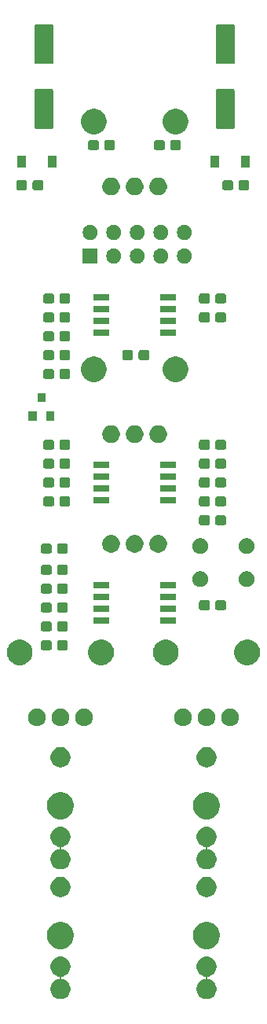
<source format=gbr>
G04 #@! TF.GenerationSoftware,KiCad,Pcbnew,5.1.4*
G04 #@! TF.CreationDate,2019-09-20T20:02:23+02:00*
G04 #@! TF.ProjectId,PolivoksVCF,506f6c69-766f-46b7-9356-43462e6b6963,rev?*
G04 #@! TF.SameCoordinates,Original*
G04 #@! TF.FileFunction,Soldermask,Top*
G04 #@! TF.FilePolarity,Negative*
%FSLAX46Y46*%
G04 Gerber Fmt 4.6, Leading zero omitted, Abs format (unit mm)*
G04 Created by KiCad (PCBNEW 5.1.4) date 2019-09-20 20:02:23*
%MOMM*%
%LPD*%
G04 APERTURE LIST*
%ADD10C,0.100000*%
G04 APERTURE END LIST*
D10*
G36*
X273806083Y-118366581D02*
G01*
X273876420Y-118380572D01*
X274075188Y-118462905D01*
X274254074Y-118582433D01*
X274406204Y-118734563D01*
X274525732Y-118913449D01*
X274608065Y-119112217D01*
X274650037Y-119323228D01*
X274650037Y-119538372D01*
X274608065Y-119749383D01*
X274525732Y-119948151D01*
X274406204Y-120127037D01*
X274254074Y-120279167D01*
X274075188Y-120398695D01*
X273876420Y-120481028D01*
X273807906Y-120494656D01*
X273707123Y-120514703D01*
X273683674Y-120521816D01*
X273662063Y-120533367D01*
X273643121Y-120548912D01*
X273627576Y-120567854D01*
X273616025Y-120589465D01*
X273608912Y-120612914D01*
X273606510Y-120637300D01*
X273608912Y-120661686D01*
X273616025Y-120685135D01*
X273627576Y-120706746D01*
X273643121Y-120725688D01*
X273662063Y-120741233D01*
X273683674Y-120752784D01*
X273707123Y-120759897D01*
X273807906Y-120779944D01*
X273876420Y-120793572D01*
X274075188Y-120875905D01*
X274254074Y-120995433D01*
X274406204Y-121147563D01*
X274525732Y-121326449D01*
X274608065Y-121525217D01*
X274650037Y-121736228D01*
X274650037Y-121951372D01*
X274608065Y-122162383D01*
X274525732Y-122361151D01*
X274406204Y-122540037D01*
X274254074Y-122692167D01*
X274075188Y-122811695D01*
X273876420Y-122894028D01*
X273806083Y-122908019D01*
X273665411Y-122936000D01*
X273450263Y-122936000D01*
X273309591Y-122908019D01*
X273239254Y-122894028D01*
X273040486Y-122811695D01*
X272861600Y-122692167D01*
X272709470Y-122540037D01*
X272589942Y-122361151D01*
X272507609Y-122162383D01*
X272465637Y-121951372D01*
X272465637Y-121736228D01*
X272507609Y-121525217D01*
X272589942Y-121326449D01*
X272709470Y-121147563D01*
X272861600Y-120995433D01*
X273040486Y-120875905D01*
X273239254Y-120793572D01*
X273307768Y-120779944D01*
X273408551Y-120759897D01*
X273432000Y-120752784D01*
X273453611Y-120741233D01*
X273472553Y-120725688D01*
X273488098Y-120706746D01*
X273499649Y-120685135D01*
X273506762Y-120661686D01*
X273509164Y-120637300D01*
X273506762Y-120612914D01*
X273499649Y-120589465D01*
X273488098Y-120567854D01*
X273472553Y-120548912D01*
X273453611Y-120533367D01*
X273432000Y-120521816D01*
X273408551Y-120514703D01*
X273307768Y-120494656D01*
X273239254Y-120481028D01*
X273040486Y-120398695D01*
X272861600Y-120279167D01*
X272709470Y-120127037D01*
X272589942Y-119948151D01*
X272507609Y-119749383D01*
X272465637Y-119538372D01*
X272465637Y-119323228D01*
X272507609Y-119112217D01*
X272589942Y-118913449D01*
X272709470Y-118734563D01*
X272861600Y-118582433D01*
X273040486Y-118462905D01*
X273239254Y-118380572D01*
X273309591Y-118366581D01*
X273450263Y-118338600D01*
X273665411Y-118338600D01*
X273806083Y-118366581D01*
X273806083Y-118366581D01*
G37*
G36*
X258058083Y-118366581D02*
G01*
X258128420Y-118380572D01*
X258327188Y-118462905D01*
X258506074Y-118582433D01*
X258658204Y-118734563D01*
X258777732Y-118913449D01*
X258860065Y-119112217D01*
X258902037Y-119323228D01*
X258902037Y-119538372D01*
X258860065Y-119749383D01*
X258777732Y-119948151D01*
X258658204Y-120127037D01*
X258506074Y-120279167D01*
X258327188Y-120398695D01*
X258128420Y-120481028D01*
X258059906Y-120494656D01*
X257959123Y-120514703D01*
X257935674Y-120521816D01*
X257914063Y-120533367D01*
X257895121Y-120548912D01*
X257879576Y-120567854D01*
X257868025Y-120589465D01*
X257860912Y-120612914D01*
X257858510Y-120637300D01*
X257860912Y-120661686D01*
X257868025Y-120685135D01*
X257879576Y-120706746D01*
X257895121Y-120725688D01*
X257914063Y-120741233D01*
X257935674Y-120752784D01*
X257959123Y-120759897D01*
X258059906Y-120779944D01*
X258128420Y-120793572D01*
X258327188Y-120875905D01*
X258506074Y-120995433D01*
X258658204Y-121147563D01*
X258777732Y-121326449D01*
X258860065Y-121525217D01*
X258902037Y-121736228D01*
X258902037Y-121951372D01*
X258860065Y-122162383D01*
X258777732Y-122361151D01*
X258658204Y-122540037D01*
X258506074Y-122692167D01*
X258327188Y-122811695D01*
X258128420Y-122894028D01*
X258058083Y-122908019D01*
X257917411Y-122936000D01*
X257702263Y-122936000D01*
X257561591Y-122908019D01*
X257491254Y-122894028D01*
X257292486Y-122811695D01*
X257113600Y-122692167D01*
X256961470Y-122540037D01*
X256841942Y-122361151D01*
X256759609Y-122162383D01*
X256717637Y-121951372D01*
X256717637Y-121736228D01*
X256759609Y-121525217D01*
X256841942Y-121326449D01*
X256961470Y-121147563D01*
X257113600Y-120995433D01*
X257292486Y-120875905D01*
X257491254Y-120793572D01*
X257559768Y-120779944D01*
X257660551Y-120759897D01*
X257684000Y-120752784D01*
X257705611Y-120741233D01*
X257724553Y-120725688D01*
X257740098Y-120706746D01*
X257751649Y-120685135D01*
X257758762Y-120661686D01*
X257761164Y-120637300D01*
X257758762Y-120612914D01*
X257751649Y-120589465D01*
X257740098Y-120567854D01*
X257724553Y-120548912D01*
X257705611Y-120533367D01*
X257684000Y-120521816D01*
X257660551Y-120514703D01*
X257559768Y-120494656D01*
X257491254Y-120481028D01*
X257292486Y-120398695D01*
X257113600Y-120279167D01*
X256961470Y-120127037D01*
X256841942Y-119948151D01*
X256759609Y-119749383D01*
X256717637Y-119538372D01*
X256717637Y-119323228D01*
X256759609Y-119112217D01*
X256841942Y-118913449D01*
X256961470Y-118734563D01*
X257113600Y-118582433D01*
X257292486Y-118462905D01*
X257491254Y-118380572D01*
X257561591Y-118366581D01*
X257702263Y-118338600D01*
X257917411Y-118338600D01*
X258058083Y-118366581D01*
X258058083Y-118366581D01*
G37*
G36*
X273981078Y-114682760D02*
G01*
X274245142Y-114792139D01*
X274482795Y-114950934D01*
X274684903Y-115153042D01*
X274843698Y-115390695D01*
X274953077Y-115654759D01*
X275008837Y-115935088D01*
X275008837Y-116220912D01*
X274953077Y-116501241D01*
X274843698Y-116765305D01*
X274684903Y-117002958D01*
X274482795Y-117205066D01*
X274245142Y-117363861D01*
X273981078Y-117473240D01*
X273700749Y-117529000D01*
X273414925Y-117529000D01*
X273134596Y-117473240D01*
X272870532Y-117363861D01*
X272632879Y-117205066D01*
X272430771Y-117002958D01*
X272271976Y-116765305D01*
X272162597Y-116501241D01*
X272106837Y-116220912D01*
X272106837Y-115935088D01*
X272162597Y-115654759D01*
X272271976Y-115390695D01*
X272430771Y-115153042D01*
X272632879Y-114950934D01*
X272870532Y-114792139D01*
X273134596Y-114682760D01*
X273414925Y-114627000D01*
X273700749Y-114627000D01*
X273981078Y-114682760D01*
X273981078Y-114682760D01*
G37*
G36*
X258233078Y-114682760D02*
G01*
X258497142Y-114792139D01*
X258734795Y-114950934D01*
X258936903Y-115153042D01*
X259095698Y-115390695D01*
X259205077Y-115654759D01*
X259260837Y-115935088D01*
X259260837Y-116220912D01*
X259205077Y-116501241D01*
X259095698Y-116765305D01*
X258936903Y-117002958D01*
X258734795Y-117205066D01*
X258497142Y-117363861D01*
X258233078Y-117473240D01*
X257952749Y-117529000D01*
X257666925Y-117529000D01*
X257386596Y-117473240D01*
X257122532Y-117363861D01*
X256884879Y-117205066D01*
X256682771Y-117002958D01*
X256523976Y-116765305D01*
X256414597Y-116501241D01*
X256358837Y-116220912D01*
X256358837Y-115935088D01*
X256414597Y-115654759D01*
X256523976Y-115390695D01*
X256682771Y-115153042D01*
X256884879Y-114950934D01*
X257122532Y-114792139D01*
X257386596Y-114682760D01*
X257666925Y-114627000D01*
X257952749Y-114627000D01*
X258233078Y-114682760D01*
X258233078Y-114682760D01*
G37*
G36*
X258058083Y-109806781D02*
G01*
X258128420Y-109820772D01*
X258327188Y-109903105D01*
X258506074Y-110022633D01*
X258658204Y-110174763D01*
X258777732Y-110353649D01*
X258860065Y-110552417D01*
X258902037Y-110763428D01*
X258902037Y-110978572D01*
X258860065Y-111189583D01*
X258777732Y-111388351D01*
X258658204Y-111567237D01*
X258506074Y-111719367D01*
X258327188Y-111838895D01*
X258128420Y-111921228D01*
X258058083Y-111935219D01*
X257917411Y-111963200D01*
X257702263Y-111963200D01*
X257561591Y-111935219D01*
X257491254Y-111921228D01*
X257292486Y-111838895D01*
X257113600Y-111719367D01*
X256961470Y-111567237D01*
X256841942Y-111388351D01*
X256759609Y-111189583D01*
X256717637Y-110978572D01*
X256717637Y-110763428D01*
X256759609Y-110552417D01*
X256841942Y-110353649D01*
X256961470Y-110174763D01*
X257113600Y-110022633D01*
X257292486Y-109903105D01*
X257491254Y-109820772D01*
X257561591Y-109806781D01*
X257702263Y-109778800D01*
X257917411Y-109778800D01*
X258058083Y-109806781D01*
X258058083Y-109806781D01*
G37*
G36*
X273806083Y-109806781D02*
G01*
X273876420Y-109820772D01*
X274075188Y-109903105D01*
X274254074Y-110022633D01*
X274406204Y-110174763D01*
X274525732Y-110353649D01*
X274608065Y-110552417D01*
X274650037Y-110763428D01*
X274650037Y-110978572D01*
X274608065Y-111189583D01*
X274525732Y-111388351D01*
X274406204Y-111567237D01*
X274254074Y-111719367D01*
X274075188Y-111838895D01*
X273876420Y-111921228D01*
X273806083Y-111935219D01*
X273665411Y-111963200D01*
X273450263Y-111963200D01*
X273309591Y-111935219D01*
X273239254Y-111921228D01*
X273040486Y-111838895D01*
X272861600Y-111719367D01*
X272709470Y-111567237D01*
X272589942Y-111388351D01*
X272507609Y-111189583D01*
X272465637Y-110978572D01*
X272465637Y-110763428D01*
X272507609Y-110552417D01*
X272589942Y-110353649D01*
X272709470Y-110174763D01*
X272861600Y-110022633D01*
X273040486Y-109903105D01*
X273239254Y-109820772D01*
X273309591Y-109806781D01*
X273450263Y-109778800D01*
X273665411Y-109778800D01*
X273806083Y-109806781D01*
X273806083Y-109806781D01*
G37*
G36*
X273806083Y-104396581D02*
G01*
X273876420Y-104410572D01*
X274075188Y-104492905D01*
X274254074Y-104612433D01*
X274406204Y-104764563D01*
X274525732Y-104943449D01*
X274608065Y-105142217D01*
X274650037Y-105353228D01*
X274650037Y-105568372D01*
X274608065Y-105779383D01*
X274525732Y-105978151D01*
X274406204Y-106157037D01*
X274254074Y-106309167D01*
X274075188Y-106428695D01*
X273876420Y-106511028D01*
X273807906Y-106524656D01*
X273707123Y-106544703D01*
X273683674Y-106551816D01*
X273662063Y-106563367D01*
X273643121Y-106578912D01*
X273627576Y-106597854D01*
X273616025Y-106619465D01*
X273608912Y-106642914D01*
X273606510Y-106667300D01*
X273608912Y-106691686D01*
X273616025Y-106715135D01*
X273627576Y-106736746D01*
X273643121Y-106755688D01*
X273662063Y-106771233D01*
X273683674Y-106782784D01*
X273707123Y-106789897D01*
X273807906Y-106809944D01*
X273876420Y-106823572D01*
X274075188Y-106905905D01*
X274254074Y-107025433D01*
X274406204Y-107177563D01*
X274525732Y-107356449D01*
X274608065Y-107555217D01*
X274650037Y-107766228D01*
X274650037Y-107981372D01*
X274608065Y-108192383D01*
X274525732Y-108391151D01*
X274406204Y-108570037D01*
X274254074Y-108722167D01*
X274075188Y-108841695D01*
X273876420Y-108924028D01*
X273806083Y-108938019D01*
X273665411Y-108966000D01*
X273450263Y-108966000D01*
X273309591Y-108938019D01*
X273239254Y-108924028D01*
X273040486Y-108841695D01*
X272861600Y-108722167D01*
X272709470Y-108570037D01*
X272589942Y-108391151D01*
X272507609Y-108192383D01*
X272465637Y-107981372D01*
X272465637Y-107766228D01*
X272507609Y-107555217D01*
X272589942Y-107356449D01*
X272709470Y-107177563D01*
X272861600Y-107025433D01*
X273040486Y-106905905D01*
X273239254Y-106823572D01*
X273307768Y-106809944D01*
X273408551Y-106789897D01*
X273432000Y-106782784D01*
X273453611Y-106771233D01*
X273472553Y-106755688D01*
X273488098Y-106736746D01*
X273499649Y-106715135D01*
X273506762Y-106691686D01*
X273509164Y-106667300D01*
X273506762Y-106642914D01*
X273499649Y-106619465D01*
X273488098Y-106597854D01*
X273472553Y-106578912D01*
X273453611Y-106563367D01*
X273432000Y-106551816D01*
X273408551Y-106544703D01*
X273307768Y-106524656D01*
X273239254Y-106511028D01*
X273040486Y-106428695D01*
X272861600Y-106309167D01*
X272709470Y-106157037D01*
X272589942Y-105978151D01*
X272507609Y-105779383D01*
X272465637Y-105568372D01*
X272465637Y-105353228D01*
X272507609Y-105142217D01*
X272589942Y-104943449D01*
X272709470Y-104764563D01*
X272861600Y-104612433D01*
X273040486Y-104492905D01*
X273239254Y-104410572D01*
X273309591Y-104396581D01*
X273450263Y-104368600D01*
X273665411Y-104368600D01*
X273806083Y-104396581D01*
X273806083Y-104396581D01*
G37*
G36*
X258058083Y-104396581D02*
G01*
X258128420Y-104410572D01*
X258327188Y-104492905D01*
X258506074Y-104612433D01*
X258658204Y-104764563D01*
X258777732Y-104943449D01*
X258860065Y-105142217D01*
X258902037Y-105353228D01*
X258902037Y-105568372D01*
X258860065Y-105779383D01*
X258777732Y-105978151D01*
X258658204Y-106157037D01*
X258506074Y-106309167D01*
X258327188Y-106428695D01*
X258128420Y-106511028D01*
X258059906Y-106524656D01*
X257959123Y-106544703D01*
X257935674Y-106551816D01*
X257914063Y-106563367D01*
X257895121Y-106578912D01*
X257879576Y-106597854D01*
X257868025Y-106619465D01*
X257860912Y-106642914D01*
X257858510Y-106667300D01*
X257860912Y-106691686D01*
X257868025Y-106715135D01*
X257879576Y-106736746D01*
X257895121Y-106755688D01*
X257914063Y-106771233D01*
X257935674Y-106782784D01*
X257959123Y-106789897D01*
X258059906Y-106809944D01*
X258128420Y-106823572D01*
X258327188Y-106905905D01*
X258506074Y-107025433D01*
X258658204Y-107177563D01*
X258777732Y-107356449D01*
X258860065Y-107555217D01*
X258902037Y-107766228D01*
X258902037Y-107981372D01*
X258860065Y-108192383D01*
X258777732Y-108391151D01*
X258658204Y-108570037D01*
X258506074Y-108722167D01*
X258327188Y-108841695D01*
X258128420Y-108924028D01*
X258058083Y-108938019D01*
X257917411Y-108966000D01*
X257702263Y-108966000D01*
X257561591Y-108938019D01*
X257491254Y-108924028D01*
X257292486Y-108841695D01*
X257113600Y-108722167D01*
X256961470Y-108570037D01*
X256841942Y-108391151D01*
X256759609Y-108192383D01*
X256717637Y-107981372D01*
X256717637Y-107766228D01*
X256759609Y-107555217D01*
X256841942Y-107356449D01*
X256961470Y-107177563D01*
X257113600Y-107025433D01*
X257292486Y-106905905D01*
X257491254Y-106823572D01*
X257559768Y-106809944D01*
X257660551Y-106789897D01*
X257684000Y-106782784D01*
X257705611Y-106771233D01*
X257724553Y-106755688D01*
X257740098Y-106736746D01*
X257751649Y-106715135D01*
X257758762Y-106691686D01*
X257761164Y-106667300D01*
X257758762Y-106642914D01*
X257751649Y-106619465D01*
X257740098Y-106597854D01*
X257724553Y-106578912D01*
X257705611Y-106563367D01*
X257684000Y-106551816D01*
X257660551Y-106544703D01*
X257559768Y-106524656D01*
X257491254Y-106511028D01*
X257292486Y-106428695D01*
X257113600Y-106309167D01*
X256961470Y-106157037D01*
X256841942Y-105978151D01*
X256759609Y-105779383D01*
X256717637Y-105568372D01*
X256717637Y-105353228D01*
X256759609Y-105142217D01*
X256841942Y-104943449D01*
X256961470Y-104764563D01*
X257113600Y-104612433D01*
X257292486Y-104492905D01*
X257491254Y-104410572D01*
X257561591Y-104396581D01*
X257702263Y-104368600D01*
X257917411Y-104368600D01*
X258058083Y-104396581D01*
X258058083Y-104396581D01*
G37*
G36*
X258233078Y-100712760D02*
G01*
X258497142Y-100822139D01*
X258734795Y-100980934D01*
X258936903Y-101183042D01*
X259095698Y-101420695D01*
X259205077Y-101684759D01*
X259260837Y-101965088D01*
X259260837Y-102250912D01*
X259205077Y-102531241D01*
X259095698Y-102795305D01*
X258936903Y-103032958D01*
X258734795Y-103235066D01*
X258497142Y-103393861D01*
X258233078Y-103503240D01*
X257952749Y-103559000D01*
X257666925Y-103559000D01*
X257386596Y-103503240D01*
X257122532Y-103393861D01*
X256884879Y-103235066D01*
X256682771Y-103032958D01*
X256523976Y-102795305D01*
X256414597Y-102531241D01*
X256358837Y-102250912D01*
X256358837Y-101965088D01*
X256414597Y-101684759D01*
X256523976Y-101420695D01*
X256682771Y-101183042D01*
X256884879Y-100980934D01*
X257122532Y-100822139D01*
X257386596Y-100712760D01*
X257666925Y-100657000D01*
X257952749Y-100657000D01*
X258233078Y-100712760D01*
X258233078Y-100712760D01*
G37*
G36*
X273981078Y-100712760D02*
G01*
X274245142Y-100822139D01*
X274482795Y-100980934D01*
X274684903Y-101183042D01*
X274843698Y-101420695D01*
X274953077Y-101684759D01*
X275008837Y-101965088D01*
X275008837Y-102250912D01*
X274953077Y-102531241D01*
X274843698Y-102795305D01*
X274684903Y-103032958D01*
X274482795Y-103235066D01*
X274245142Y-103393861D01*
X273981078Y-103503240D01*
X273700749Y-103559000D01*
X273414925Y-103559000D01*
X273134596Y-103503240D01*
X272870532Y-103393861D01*
X272632879Y-103235066D01*
X272430771Y-103032958D01*
X272271976Y-102795305D01*
X272162597Y-102531241D01*
X272106837Y-102250912D01*
X272106837Y-101965088D01*
X272162597Y-101684759D01*
X272271976Y-101420695D01*
X272430771Y-101183042D01*
X272632879Y-100980934D01*
X272870532Y-100822139D01*
X273134596Y-100712760D01*
X273414925Y-100657000D01*
X273700749Y-100657000D01*
X273981078Y-100712760D01*
X273981078Y-100712760D01*
G37*
G36*
X258058083Y-95836781D02*
G01*
X258128420Y-95850772D01*
X258327188Y-95933105D01*
X258506074Y-96052633D01*
X258658204Y-96204763D01*
X258777732Y-96383649D01*
X258860065Y-96582417D01*
X258902037Y-96793428D01*
X258902037Y-97008572D01*
X258860065Y-97219583D01*
X258777732Y-97418351D01*
X258658204Y-97597237D01*
X258506074Y-97749367D01*
X258327188Y-97868895D01*
X258128420Y-97951228D01*
X258058083Y-97965219D01*
X257917411Y-97993200D01*
X257702263Y-97993200D01*
X257561591Y-97965219D01*
X257491254Y-97951228D01*
X257292486Y-97868895D01*
X257113600Y-97749367D01*
X256961470Y-97597237D01*
X256841942Y-97418351D01*
X256759609Y-97219583D01*
X256717637Y-97008572D01*
X256717637Y-96793428D01*
X256759609Y-96582417D01*
X256841942Y-96383649D01*
X256961470Y-96204763D01*
X257113600Y-96052633D01*
X257292486Y-95933105D01*
X257491254Y-95850772D01*
X257561591Y-95836781D01*
X257702263Y-95808800D01*
X257917411Y-95808800D01*
X258058083Y-95836781D01*
X258058083Y-95836781D01*
G37*
G36*
X273806083Y-95836781D02*
G01*
X273876420Y-95850772D01*
X274075188Y-95933105D01*
X274254074Y-96052633D01*
X274406204Y-96204763D01*
X274525732Y-96383649D01*
X274608065Y-96582417D01*
X274650037Y-96793428D01*
X274650037Y-97008572D01*
X274608065Y-97219583D01*
X274525732Y-97418351D01*
X274406204Y-97597237D01*
X274254074Y-97749367D01*
X274075188Y-97868895D01*
X273876420Y-97951228D01*
X273806083Y-97965219D01*
X273665411Y-97993200D01*
X273450263Y-97993200D01*
X273309591Y-97965219D01*
X273239254Y-97951228D01*
X273040486Y-97868895D01*
X272861600Y-97749367D01*
X272709470Y-97597237D01*
X272589942Y-97418351D01*
X272507609Y-97219583D01*
X272465637Y-97008572D01*
X272465637Y-96793428D01*
X272507609Y-96582417D01*
X272589942Y-96383649D01*
X272709470Y-96204763D01*
X272861600Y-96052633D01*
X273040486Y-95933105D01*
X273239254Y-95850772D01*
X273309591Y-95836781D01*
X273450263Y-95808800D01*
X273665411Y-95808800D01*
X273806083Y-95836781D01*
X273806083Y-95836781D01*
G37*
G36*
X260627729Y-91694154D02*
G01*
X260801110Y-91765971D01*
X260957148Y-91870232D01*
X261089848Y-92002932D01*
X261194109Y-92158970D01*
X261265926Y-92332351D01*
X261302537Y-92516410D01*
X261302537Y-92704076D01*
X261265926Y-92888135D01*
X261194109Y-93061516D01*
X261089848Y-93217554D01*
X260957148Y-93350254D01*
X260801110Y-93454515D01*
X260801109Y-93454516D01*
X260801108Y-93454516D01*
X260627729Y-93526332D01*
X260443671Y-93562943D01*
X260256003Y-93562943D01*
X260071945Y-93526332D01*
X259898566Y-93454516D01*
X259898565Y-93454516D01*
X259898564Y-93454515D01*
X259742526Y-93350254D01*
X259609826Y-93217554D01*
X259505565Y-93061516D01*
X259433748Y-92888135D01*
X259397137Y-92704076D01*
X259397137Y-92516410D01*
X259433748Y-92332351D01*
X259505565Y-92158970D01*
X259609826Y-92002932D01*
X259742526Y-91870232D01*
X259898564Y-91765971D01*
X260071945Y-91694154D01*
X260256003Y-91657543D01*
X260443671Y-91657543D01*
X260627729Y-91694154D01*
X260627729Y-91694154D01*
G37*
G36*
X276375729Y-91694154D02*
G01*
X276549110Y-91765971D01*
X276705148Y-91870232D01*
X276837848Y-92002932D01*
X276942109Y-92158970D01*
X277013926Y-92332351D01*
X277050537Y-92516410D01*
X277050537Y-92704076D01*
X277013926Y-92888135D01*
X276942109Y-93061516D01*
X276837848Y-93217554D01*
X276705148Y-93350254D01*
X276549110Y-93454515D01*
X276549109Y-93454516D01*
X276549108Y-93454516D01*
X276375729Y-93526332D01*
X276191671Y-93562943D01*
X276004003Y-93562943D01*
X275819945Y-93526332D01*
X275646566Y-93454516D01*
X275646565Y-93454516D01*
X275646564Y-93454515D01*
X275490526Y-93350254D01*
X275357826Y-93217554D01*
X275253565Y-93061516D01*
X275181748Y-92888135D01*
X275145137Y-92704076D01*
X275145137Y-92516410D01*
X275181748Y-92332351D01*
X275253565Y-92158970D01*
X275357826Y-92002932D01*
X275490526Y-91870232D01*
X275646564Y-91765971D01*
X275819945Y-91694154D01*
X276004003Y-91657543D01*
X276191671Y-91657543D01*
X276375729Y-91694154D01*
X276375729Y-91694154D01*
G37*
G36*
X273835729Y-91694154D02*
G01*
X274009110Y-91765971D01*
X274165148Y-91870232D01*
X274297848Y-92002932D01*
X274402109Y-92158970D01*
X274473926Y-92332351D01*
X274510537Y-92516410D01*
X274510537Y-92704076D01*
X274473926Y-92888135D01*
X274402109Y-93061516D01*
X274297848Y-93217554D01*
X274165148Y-93350254D01*
X274009110Y-93454515D01*
X274009109Y-93454516D01*
X274009108Y-93454516D01*
X273835729Y-93526332D01*
X273651671Y-93562943D01*
X273464003Y-93562943D01*
X273279945Y-93526332D01*
X273106566Y-93454516D01*
X273106565Y-93454516D01*
X273106564Y-93454515D01*
X272950526Y-93350254D01*
X272817826Y-93217554D01*
X272713565Y-93061516D01*
X272641748Y-92888135D01*
X272605137Y-92704076D01*
X272605137Y-92516410D01*
X272641748Y-92332351D01*
X272713565Y-92158970D01*
X272817826Y-92002932D01*
X272950526Y-91870232D01*
X273106564Y-91765971D01*
X273279945Y-91694154D01*
X273464003Y-91657543D01*
X273651671Y-91657543D01*
X273835729Y-91694154D01*
X273835729Y-91694154D01*
G37*
G36*
X258087729Y-91694154D02*
G01*
X258261110Y-91765971D01*
X258417148Y-91870232D01*
X258549848Y-92002932D01*
X258654109Y-92158970D01*
X258725926Y-92332351D01*
X258762537Y-92516410D01*
X258762537Y-92704076D01*
X258725926Y-92888135D01*
X258654109Y-93061516D01*
X258549848Y-93217554D01*
X258417148Y-93350254D01*
X258261110Y-93454515D01*
X258261109Y-93454516D01*
X258261108Y-93454516D01*
X258087729Y-93526332D01*
X257903671Y-93562943D01*
X257716003Y-93562943D01*
X257531945Y-93526332D01*
X257358566Y-93454516D01*
X257358565Y-93454516D01*
X257358564Y-93454515D01*
X257202526Y-93350254D01*
X257069826Y-93217554D01*
X256965565Y-93061516D01*
X256893748Y-92888135D01*
X256857137Y-92704076D01*
X256857137Y-92516410D01*
X256893748Y-92332351D01*
X256965565Y-92158970D01*
X257069826Y-92002932D01*
X257202526Y-91870232D01*
X257358564Y-91765971D01*
X257531945Y-91694154D01*
X257716003Y-91657543D01*
X257903671Y-91657543D01*
X258087729Y-91694154D01*
X258087729Y-91694154D01*
G37*
G36*
X255547729Y-91694154D02*
G01*
X255721110Y-91765971D01*
X255877148Y-91870232D01*
X256009848Y-92002932D01*
X256114109Y-92158970D01*
X256185926Y-92332351D01*
X256222537Y-92516410D01*
X256222537Y-92704076D01*
X256185926Y-92888135D01*
X256114109Y-93061516D01*
X256009848Y-93217554D01*
X255877148Y-93350254D01*
X255721110Y-93454515D01*
X255721109Y-93454516D01*
X255721108Y-93454516D01*
X255547729Y-93526332D01*
X255363671Y-93562943D01*
X255176003Y-93562943D01*
X254991945Y-93526332D01*
X254818566Y-93454516D01*
X254818565Y-93454516D01*
X254818564Y-93454515D01*
X254662526Y-93350254D01*
X254529826Y-93217554D01*
X254425565Y-93061516D01*
X254353748Y-92888135D01*
X254317137Y-92704076D01*
X254317137Y-92516410D01*
X254353748Y-92332351D01*
X254425565Y-92158970D01*
X254529826Y-92002932D01*
X254662526Y-91870232D01*
X254818564Y-91765971D01*
X254991945Y-91694154D01*
X255176003Y-91657543D01*
X255363671Y-91657543D01*
X255547729Y-91694154D01*
X255547729Y-91694154D01*
G37*
G36*
X271295729Y-91694154D02*
G01*
X271469110Y-91765971D01*
X271625148Y-91870232D01*
X271757848Y-92002932D01*
X271862109Y-92158970D01*
X271933926Y-92332351D01*
X271970537Y-92516410D01*
X271970537Y-92704076D01*
X271933926Y-92888135D01*
X271862109Y-93061516D01*
X271757848Y-93217554D01*
X271625148Y-93350254D01*
X271469110Y-93454515D01*
X271469109Y-93454516D01*
X271469108Y-93454516D01*
X271295729Y-93526332D01*
X271111671Y-93562943D01*
X270924003Y-93562943D01*
X270739945Y-93526332D01*
X270566566Y-93454516D01*
X270566565Y-93454516D01*
X270566564Y-93454515D01*
X270410526Y-93350254D01*
X270277826Y-93217554D01*
X270173565Y-93061516D01*
X270101748Y-92888135D01*
X270065137Y-92704076D01*
X270065137Y-92516410D01*
X270101748Y-92332351D01*
X270173565Y-92158970D01*
X270277826Y-92002932D01*
X270410526Y-91870232D01*
X270566564Y-91765971D01*
X270739945Y-91694154D01*
X270924003Y-91657543D01*
X271111671Y-91657543D01*
X271295729Y-91694154D01*
X271295729Y-91694154D01*
G37*
G36*
X269567480Y-84268548D02*
G01*
X269750342Y-84344292D01*
X269819444Y-84372915D01*
X269840570Y-84387031D01*
X270046204Y-84524431D01*
X270239049Y-84717276D01*
X270390566Y-84944038D01*
X270494932Y-85196000D01*
X270548137Y-85463480D01*
X270548137Y-85736206D01*
X270494932Y-86003686D01*
X270390566Y-86255648D01*
X270239049Y-86482410D01*
X270046204Y-86675255D01*
X269876518Y-86788635D01*
X269819444Y-86826771D01*
X269819443Y-86826772D01*
X269819442Y-86826772D01*
X269567480Y-86931138D01*
X269300000Y-86984343D01*
X269027274Y-86984343D01*
X268759794Y-86931138D01*
X268507832Y-86826772D01*
X268507831Y-86826772D01*
X268507830Y-86826771D01*
X268450756Y-86788635D01*
X268281070Y-86675255D01*
X268088225Y-86482410D01*
X267936708Y-86255648D01*
X267832342Y-86003686D01*
X267779137Y-85736206D01*
X267779137Y-85463480D01*
X267832342Y-85196000D01*
X267936708Y-84944038D01*
X268088225Y-84717276D01*
X268281070Y-84524431D01*
X268486704Y-84387031D01*
X268507830Y-84372915D01*
X268576932Y-84344292D01*
X268759794Y-84268548D01*
X269027274Y-84215343D01*
X269300000Y-84215343D01*
X269567480Y-84268548D01*
X269567480Y-84268548D01*
G37*
G36*
X262607880Y-84268548D02*
G01*
X262790742Y-84344292D01*
X262859844Y-84372915D01*
X262880970Y-84387031D01*
X263086604Y-84524431D01*
X263279449Y-84717276D01*
X263430966Y-84944038D01*
X263535332Y-85196000D01*
X263588537Y-85463480D01*
X263588537Y-85736206D01*
X263535332Y-86003686D01*
X263430966Y-86255648D01*
X263279449Y-86482410D01*
X263086604Y-86675255D01*
X262916918Y-86788635D01*
X262859844Y-86826771D01*
X262859843Y-86826772D01*
X262859842Y-86826772D01*
X262607880Y-86931138D01*
X262340400Y-86984343D01*
X262067674Y-86984343D01*
X261800194Y-86931138D01*
X261548232Y-86826772D01*
X261548231Y-86826772D01*
X261548230Y-86826771D01*
X261491156Y-86788635D01*
X261321470Y-86675255D01*
X261128625Y-86482410D01*
X260977108Y-86255648D01*
X260872742Y-86003686D01*
X260819537Y-85736206D01*
X260819537Y-85463480D01*
X260872742Y-85196000D01*
X260977108Y-84944038D01*
X261128625Y-84717276D01*
X261321470Y-84524431D01*
X261527104Y-84387031D01*
X261548230Y-84372915D01*
X261617332Y-84344292D01*
X261800194Y-84268548D01*
X262067674Y-84215343D01*
X262340400Y-84215343D01*
X262607880Y-84268548D01*
X262607880Y-84268548D01*
G37*
G36*
X253819480Y-84268548D02*
G01*
X254002342Y-84344292D01*
X254071444Y-84372915D01*
X254092570Y-84387031D01*
X254298204Y-84524431D01*
X254491049Y-84717276D01*
X254642566Y-84944038D01*
X254746932Y-85196000D01*
X254800137Y-85463480D01*
X254800137Y-85736206D01*
X254746932Y-86003686D01*
X254642566Y-86255648D01*
X254491049Y-86482410D01*
X254298204Y-86675255D01*
X254128518Y-86788635D01*
X254071444Y-86826771D01*
X254071443Y-86826772D01*
X254071442Y-86826772D01*
X253819480Y-86931138D01*
X253552000Y-86984343D01*
X253279274Y-86984343D01*
X253011794Y-86931138D01*
X252759832Y-86826772D01*
X252759831Y-86826772D01*
X252759830Y-86826771D01*
X252702756Y-86788635D01*
X252533070Y-86675255D01*
X252340225Y-86482410D01*
X252188708Y-86255648D01*
X252084342Y-86003686D01*
X252031137Y-85736206D01*
X252031137Y-85463480D01*
X252084342Y-85196000D01*
X252188708Y-84944038D01*
X252340225Y-84717276D01*
X252533070Y-84524431D01*
X252738704Y-84387031D01*
X252759830Y-84372915D01*
X252828932Y-84344292D01*
X253011794Y-84268548D01*
X253279274Y-84215343D01*
X253552000Y-84215343D01*
X253819480Y-84268548D01*
X253819480Y-84268548D01*
G37*
G36*
X278355880Y-84268548D02*
G01*
X278538742Y-84344292D01*
X278607844Y-84372915D01*
X278628970Y-84387031D01*
X278834604Y-84524431D01*
X279027449Y-84717276D01*
X279178966Y-84944038D01*
X279283332Y-85196000D01*
X279336537Y-85463480D01*
X279336537Y-85736206D01*
X279283332Y-86003686D01*
X279178966Y-86255648D01*
X279027449Y-86482410D01*
X278834604Y-86675255D01*
X278664918Y-86788635D01*
X278607844Y-86826771D01*
X278607843Y-86826772D01*
X278607842Y-86826772D01*
X278355880Y-86931138D01*
X278088400Y-86984343D01*
X277815674Y-86984343D01*
X277548194Y-86931138D01*
X277296232Y-86826772D01*
X277296231Y-86826772D01*
X277296230Y-86826771D01*
X277239156Y-86788635D01*
X277069470Y-86675255D01*
X276876625Y-86482410D01*
X276725108Y-86255648D01*
X276620742Y-86003686D01*
X276567537Y-85736206D01*
X276567537Y-85463480D01*
X276620742Y-85196000D01*
X276725108Y-84944038D01*
X276876625Y-84717276D01*
X277069470Y-84524431D01*
X277275104Y-84387031D01*
X277296230Y-84372915D01*
X277365332Y-84344292D01*
X277548194Y-84268548D01*
X277815674Y-84215343D01*
X278088400Y-84215343D01*
X278355880Y-84268548D01*
X278355880Y-84268548D01*
G37*
G36*
X256700499Y-84314445D02*
G01*
X256737995Y-84325820D01*
X256772554Y-84344292D01*
X256802847Y-84369153D01*
X256827708Y-84399446D01*
X256846180Y-84434005D01*
X256857555Y-84471501D01*
X256862000Y-84516638D01*
X256862000Y-85155362D01*
X256857555Y-85200499D01*
X256846180Y-85237995D01*
X256827708Y-85272554D01*
X256802847Y-85302847D01*
X256772554Y-85327708D01*
X256737995Y-85346180D01*
X256700499Y-85357555D01*
X256655362Y-85362000D01*
X255916638Y-85362000D01*
X255871501Y-85357555D01*
X255834005Y-85346180D01*
X255799446Y-85327708D01*
X255769153Y-85302847D01*
X255744292Y-85272554D01*
X255725820Y-85237995D01*
X255714445Y-85200499D01*
X255710000Y-85155362D01*
X255710000Y-84516638D01*
X255714445Y-84471501D01*
X255725820Y-84434005D01*
X255744292Y-84399446D01*
X255769153Y-84369153D01*
X255799446Y-84344292D01*
X255834005Y-84325820D01*
X255871501Y-84314445D01*
X255916638Y-84310000D01*
X256655362Y-84310000D01*
X256700499Y-84314445D01*
X256700499Y-84314445D01*
G37*
G36*
X258450499Y-84314445D02*
G01*
X258487995Y-84325820D01*
X258522554Y-84344292D01*
X258552847Y-84369153D01*
X258577708Y-84399446D01*
X258596180Y-84434005D01*
X258607555Y-84471501D01*
X258612000Y-84516638D01*
X258612000Y-85155362D01*
X258607555Y-85200499D01*
X258596180Y-85237995D01*
X258577708Y-85272554D01*
X258552847Y-85302847D01*
X258522554Y-85327708D01*
X258487995Y-85346180D01*
X258450499Y-85357555D01*
X258405362Y-85362000D01*
X257666638Y-85362000D01*
X257621501Y-85357555D01*
X257584005Y-85346180D01*
X257549446Y-85327708D01*
X257519153Y-85302847D01*
X257494292Y-85272554D01*
X257475820Y-85237995D01*
X257464445Y-85200499D01*
X257460000Y-85155362D01*
X257460000Y-84516638D01*
X257464445Y-84471501D01*
X257475820Y-84434005D01*
X257494292Y-84399446D01*
X257519153Y-84369153D01*
X257549446Y-84344292D01*
X257584005Y-84325820D01*
X257621501Y-84314445D01*
X257666638Y-84310000D01*
X258405362Y-84310000D01*
X258450499Y-84314445D01*
X258450499Y-84314445D01*
G37*
G36*
X258450499Y-82282445D02*
G01*
X258487995Y-82293820D01*
X258522554Y-82312292D01*
X258552847Y-82337153D01*
X258577708Y-82367446D01*
X258596180Y-82402005D01*
X258607555Y-82439501D01*
X258612000Y-82484638D01*
X258612000Y-83123362D01*
X258607555Y-83168499D01*
X258596180Y-83205995D01*
X258577708Y-83240554D01*
X258552847Y-83270847D01*
X258522554Y-83295708D01*
X258487995Y-83314180D01*
X258450499Y-83325555D01*
X258405362Y-83330000D01*
X257666638Y-83330000D01*
X257621501Y-83325555D01*
X257584005Y-83314180D01*
X257549446Y-83295708D01*
X257519153Y-83270847D01*
X257494292Y-83240554D01*
X257475820Y-83205995D01*
X257464445Y-83168499D01*
X257460000Y-83123362D01*
X257460000Y-82484638D01*
X257464445Y-82439501D01*
X257475820Y-82402005D01*
X257494292Y-82367446D01*
X257519153Y-82337153D01*
X257549446Y-82312292D01*
X257584005Y-82293820D01*
X257621501Y-82282445D01*
X257666638Y-82278000D01*
X258405362Y-82278000D01*
X258450499Y-82282445D01*
X258450499Y-82282445D01*
G37*
G36*
X256700499Y-82282445D02*
G01*
X256737995Y-82293820D01*
X256772554Y-82312292D01*
X256802847Y-82337153D01*
X256827708Y-82367446D01*
X256846180Y-82402005D01*
X256857555Y-82439501D01*
X256862000Y-82484638D01*
X256862000Y-83123362D01*
X256857555Y-83168499D01*
X256846180Y-83205995D01*
X256827708Y-83240554D01*
X256802847Y-83270847D01*
X256772554Y-83295708D01*
X256737995Y-83314180D01*
X256700499Y-83325555D01*
X256655362Y-83330000D01*
X255916638Y-83330000D01*
X255871501Y-83325555D01*
X255834005Y-83314180D01*
X255799446Y-83295708D01*
X255769153Y-83270847D01*
X255744292Y-83240554D01*
X255725820Y-83205995D01*
X255714445Y-83168499D01*
X255710000Y-83123362D01*
X255710000Y-82484638D01*
X255714445Y-82439501D01*
X255725820Y-82402005D01*
X255744292Y-82367446D01*
X255769153Y-82337153D01*
X255799446Y-82312292D01*
X255834005Y-82293820D01*
X255871501Y-82282445D01*
X255916638Y-82278000D01*
X256655362Y-82278000D01*
X256700499Y-82282445D01*
X256700499Y-82282445D01*
G37*
G36*
X270170928Y-81820764D02*
G01*
X270192009Y-81827160D01*
X270211445Y-81837548D01*
X270228476Y-81851524D01*
X270242452Y-81868555D01*
X270252840Y-81887991D01*
X270259236Y-81909072D01*
X270262000Y-81937140D01*
X270262000Y-82400860D01*
X270259236Y-82428928D01*
X270252840Y-82450009D01*
X270242452Y-82469445D01*
X270228476Y-82486476D01*
X270211445Y-82500452D01*
X270192009Y-82510840D01*
X270170928Y-82517236D01*
X270142860Y-82520000D01*
X268679140Y-82520000D01*
X268651072Y-82517236D01*
X268629991Y-82510840D01*
X268610555Y-82500452D01*
X268593524Y-82486476D01*
X268579548Y-82469445D01*
X268569160Y-82450009D01*
X268562764Y-82428928D01*
X268560000Y-82400860D01*
X268560000Y-81937140D01*
X268562764Y-81909072D01*
X268569160Y-81887991D01*
X268579548Y-81868555D01*
X268593524Y-81851524D01*
X268610555Y-81837548D01*
X268629991Y-81827160D01*
X268651072Y-81820764D01*
X268679140Y-81818000D01*
X270142860Y-81818000D01*
X270170928Y-81820764D01*
X270170928Y-81820764D01*
G37*
G36*
X262970928Y-81820764D02*
G01*
X262992009Y-81827160D01*
X263011445Y-81837548D01*
X263028476Y-81851524D01*
X263042452Y-81868555D01*
X263052840Y-81887991D01*
X263059236Y-81909072D01*
X263062000Y-81937140D01*
X263062000Y-82400860D01*
X263059236Y-82428928D01*
X263052840Y-82450009D01*
X263042452Y-82469445D01*
X263028476Y-82486476D01*
X263011445Y-82500452D01*
X262992009Y-82510840D01*
X262970928Y-82517236D01*
X262942860Y-82520000D01*
X261479140Y-82520000D01*
X261451072Y-82517236D01*
X261429991Y-82510840D01*
X261410555Y-82500452D01*
X261393524Y-82486476D01*
X261379548Y-82469445D01*
X261369160Y-82450009D01*
X261362764Y-82428928D01*
X261360000Y-82400860D01*
X261360000Y-81937140D01*
X261362764Y-81909072D01*
X261369160Y-81887991D01*
X261379548Y-81868555D01*
X261393524Y-81851524D01*
X261410555Y-81837548D01*
X261429991Y-81827160D01*
X261451072Y-81820764D01*
X261479140Y-81818000D01*
X262942860Y-81818000D01*
X262970928Y-81820764D01*
X262970928Y-81820764D01*
G37*
G36*
X256700499Y-80250445D02*
G01*
X256737995Y-80261820D01*
X256772554Y-80280292D01*
X256802847Y-80305153D01*
X256827708Y-80335446D01*
X256846180Y-80370005D01*
X256857555Y-80407501D01*
X256862000Y-80452638D01*
X256862000Y-81091362D01*
X256857555Y-81136499D01*
X256846180Y-81173995D01*
X256827708Y-81208554D01*
X256802847Y-81238847D01*
X256772554Y-81263708D01*
X256737995Y-81282180D01*
X256700499Y-81293555D01*
X256655362Y-81298000D01*
X255916638Y-81298000D01*
X255871501Y-81293555D01*
X255834005Y-81282180D01*
X255799446Y-81263708D01*
X255769153Y-81238847D01*
X255744292Y-81208554D01*
X255725820Y-81173995D01*
X255714445Y-81136499D01*
X255710000Y-81091362D01*
X255710000Y-80452638D01*
X255714445Y-80407501D01*
X255725820Y-80370005D01*
X255744292Y-80335446D01*
X255769153Y-80305153D01*
X255799446Y-80280292D01*
X255834005Y-80261820D01*
X255871501Y-80250445D01*
X255916638Y-80246000D01*
X256655362Y-80246000D01*
X256700499Y-80250445D01*
X256700499Y-80250445D01*
G37*
G36*
X258450499Y-80250445D02*
G01*
X258487995Y-80261820D01*
X258522554Y-80280292D01*
X258552847Y-80305153D01*
X258577708Y-80335446D01*
X258596180Y-80370005D01*
X258607555Y-80407501D01*
X258612000Y-80452638D01*
X258612000Y-81091362D01*
X258607555Y-81136499D01*
X258596180Y-81173995D01*
X258577708Y-81208554D01*
X258552847Y-81238847D01*
X258522554Y-81263708D01*
X258487995Y-81282180D01*
X258450499Y-81293555D01*
X258405362Y-81298000D01*
X257666638Y-81298000D01*
X257621501Y-81293555D01*
X257584005Y-81282180D01*
X257549446Y-81263708D01*
X257519153Y-81238847D01*
X257494292Y-81208554D01*
X257475820Y-81173995D01*
X257464445Y-81136499D01*
X257460000Y-81091362D01*
X257460000Y-80452638D01*
X257464445Y-80407501D01*
X257475820Y-80370005D01*
X257494292Y-80335446D01*
X257519153Y-80305153D01*
X257549446Y-80280292D01*
X257584005Y-80261820D01*
X257621501Y-80250445D01*
X257666638Y-80246000D01*
X258405362Y-80246000D01*
X258450499Y-80250445D01*
X258450499Y-80250445D01*
G37*
G36*
X270170928Y-80550764D02*
G01*
X270192009Y-80557160D01*
X270211445Y-80567548D01*
X270228476Y-80581524D01*
X270242452Y-80598555D01*
X270252840Y-80617991D01*
X270259236Y-80639072D01*
X270262000Y-80667140D01*
X270262000Y-81130860D01*
X270259236Y-81158928D01*
X270252840Y-81180009D01*
X270242452Y-81199445D01*
X270228476Y-81216476D01*
X270211445Y-81230452D01*
X270192009Y-81240840D01*
X270170928Y-81247236D01*
X270142860Y-81250000D01*
X268679140Y-81250000D01*
X268651072Y-81247236D01*
X268629991Y-81240840D01*
X268610555Y-81230452D01*
X268593524Y-81216476D01*
X268579548Y-81199445D01*
X268569160Y-81180009D01*
X268562764Y-81158928D01*
X268560000Y-81130860D01*
X268560000Y-80667140D01*
X268562764Y-80639072D01*
X268569160Y-80617991D01*
X268579548Y-80598555D01*
X268593524Y-80581524D01*
X268610555Y-80567548D01*
X268629991Y-80557160D01*
X268651072Y-80550764D01*
X268679140Y-80548000D01*
X270142860Y-80548000D01*
X270170928Y-80550764D01*
X270170928Y-80550764D01*
G37*
G36*
X262970928Y-80550764D02*
G01*
X262992009Y-80557160D01*
X263011445Y-80567548D01*
X263028476Y-80581524D01*
X263042452Y-80598555D01*
X263052840Y-80617991D01*
X263059236Y-80639072D01*
X263062000Y-80667140D01*
X263062000Y-81130860D01*
X263059236Y-81158928D01*
X263052840Y-81180009D01*
X263042452Y-81199445D01*
X263028476Y-81216476D01*
X263011445Y-81230452D01*
X262992009Y-81240840D01*
X262970928Y-81247236D01*
X262942860Y-81250000D01*
X261479140Y-81250000D01*
X261451072Y-81247236D01*
X261429991Y-81240840D01*
X261410555Y-81230452D01*
X261393524Y-81216476D01*
X261379548Y-81199445D01*
X261369160Y-81180009D01*
X261362764Y-81158928D01*
X261360000Y-81130860D01*
X261360000Y-80667140D01*
X261362764Y-80639072D01*
X261369160Y-80617991D01*
X261379548Y-80598555D01*
X261393524Y-80581524D01*
X261410555Y-80567548D01*
X261429991Y-80557160D01*
X261451072Y-80550764D01*
X261479140Y-80548000D01*
X262942860Y-80548000D01*
X262970928Y-80550764D01*
X262970928Y-80550764D01*
G37*
G36*
X273746499Y-79996445D02*
G01*
X273783995Y-80007820D01*
X273818554Y-80026292D01*
X273848847Y-80051153D01*
X273873708Y-80081446D01*
X273892180Y-80116005D01*
X273903555Y-80153501D01*
X273908000Y-80198638D01*
X273908000Y-80837362D01*
X273903555Y-80882499D01*
X273892180Y-80919995D01*
X273873708Y-80954554D01*
X273848847Y-80984847D01*
X273818554Y-81009708D01*
X273783995Y-81028180D01*
X273746499Y-81039555D01*
X273701362Y-81044000D01*
X272962638Y-81044000D01*
X272917501Y-81039555D01*
X272880005Y-81028180D01*
X272845446Y-81009708D01*
X272815153Y-80984847D01*
X272790292Y-80954554D01*
X272771820Y-80919995D01*
X272760445Y-80882499D01*
X272756000Y-80837362D01*
X272756000Y-80198638D01*
X272760445Y-80153501D01*
X272771820Y-80116005D01*
X272790292Y-80081446D01*
X272815153Y-80051153D01*
X272845446Y-80026292D01*
X272880005Y-80007820D01*
X272917501Y-79996445D01*
X272962638Y-79992000D01*
X273701362Y-79992000D01*
X273746499Y-79996445D01*
X273746499Y-79996445D01*
G37*
G36*
X275496499Y-79996445D02*
G01*
X275533995Y-80007820D01*
X275568554Y-80026292D01*
X275598847Y-80051153D01*
X275623708Y-80081446D01*
X275642180Y-80116005D01*
X275653555Y-80153501D01*
X275658000Y-80198638D01*
X275658000Y-80837362D01*
X275653555Y-80882499D01*
X275642180Y-80919995D01*
X275623708Y-80954554D01*
X275598847Y-80984847D01*
X275568554Y-81009708D01*
X275533995Y-81028180D01*
X275496499Y-81039555D01*
X275451362Y-81044000D01*
X274712638Y-81044000D01*
X274667501Y-81039555D01*
X274630005Y-81028180D01*
X274595446Y-81009708D01*
X274565153Y-80984847D01*
X274540292Y-80954554D01*
X274521820Y-80919995D01*
X274510445Y-80882499D01*
X274506000Y-80837362D01*
X274506000Y-80198638D01*
X274510445Y-80153501D01*
X274521820Y-80116005D01*
X274540292Y-80081446D01*
X274565153Y-80051153D01*
X274595446Y-80026292D01*
X274630005Y-80007820D01*
X274667501Y-79996445D01*
X274712638Y-79992000D01*
X275451362Y-79992000D01*
X275496499Y-79996445D01*
X275496499Y-79996445D01*
G37*
G36*
X270170928Y-79280764D02*
G01*
X270192009Y-79287160D01*
X270211445Y-79297548D01*
X270228476Y-79311524D01*
X270242452Y-79328555D01*
X270252840Y-79347991D01*
X270259236Y-79369072D01*
X270262000Y-79397140D01*
X270262000Y-79860860D01*
X270259236Y-79888928D01*
X270252840Y-79910009D01*
X270242452Y-79929445D01*
X270228476Y-79946476D01*
X270211445Y-79960452D01*
X270192009Y-79970840D01*
X270170928Y-79977236D01*
X270142860Y-79980000D01*
X268679140Y-79980000D01*
X268651072Y-79977236D01*
X268629991Y-79970840D01*
X268610555Y-79960452D01*
X268593524Y-79946476D01*
X268579548Y-79929445D01*
X268569160Y-79910009D01*
X268562764Y-79888928D01*
X268560000Y-79860860D01*
X268560000Y-79397140D01*
X268562764Y-79369072D01*
X268569160Y-79347991D01*
X268579548Y-79328555D01*
X268593524Y-79311524D01*
X268610555Y-79297548D01*
X268629991Y-79287160D01*
X268651072Y-79280764D01*
X268679140Y-79278000D01*
X270142860Y-79278000D01*
X270170928Y-79280764D01*
X270170928Y-79280764D01*
G37*
G36*
X262970928Y-79280764D02*
G01*
X262992009Y-79287160D01*
X263011445Y-79297548D01*
X263028476Y-79311524D01*
X263042452Y-79328555D01*
X263052840Y-79347991D01*
X263059236Y-79369072D01*
X263062000Y-79397140D01*
X263062000Y-79860860D01*
X263059236Y-79888928D01*
X263052840Y-79910009D01*
X263042452Y-79929445D01*
X263028476Y-79946476D01*
X263011445Y-79960452D01*
X262992009Y-79970840D01*
X262970928Y-79977236D01*
X262942860Y-79980000D01*
X261479140Y-79980000D01*
X261451072Y-79977236D01*
X261429991Y-79970840D01*
X261410555Y-79960452D01*
X261393524Y-79946476D01*
X261379548Y-79929445D01*
X261369160Y-79910009D01*
X261362764Y-79888928D01*
X261360000Y-79860860D01*
X261360000Y-79397140D01*
X261362764Y-79369072D01*
X261369160Y-79347991D01*
X261379548Y-79328555D01*
X261393524Y-79311524D01*
X261410555Y-79297548D01*
X261429991Y-79287160D01*
X261451072Y-79280764D01*
X261479140Y-79278000D01*
X262942860Y-79278000D01*
X262970928Y-79280764D01*
X262970928Y-79280764D01*
G37*
G36*
X256700499Y-78218445D02*
G01*
X256737995Y-78229820D01*
X256772554Y-78248292D01*
X256802847Y-78273153D01*
X256827708Y-78303446D01*
X256846180Y-78338005D01*
X256857555Y-78375501D01*
X256862000Y-78420638D01*
X256862000Y-79059362D01*
X256857555Y-79104499D01*
X256846180Y-79141995D01*
X256827708Y-79176554D01*
X256802847Y-79206847D01*
X256772554Y-79231708D01*
X256737995Y-79250180D01*
X256700499Y-79261555D01*
X256655362Y-79266000D01*
X255916638Y-79266000D01*
X255871501Y-79261555D01*
X255834005Y-79250180D01*
X255799446Y-79231708D01*
X255769153Y-79206847D01*
X255744292Y-79176554D01*
X255725820Y-79141995D01*
X255714445Y-79104499D01*
X255710000Y-79059362D01*
X255710000Y-78420638D01*
X255714445Y-78375501D01*
X255725820Y-78338005D01*
X255744292Y-78303446D01*
X255769153Y-78273153D01*
X255799446Y-78248292D01*
X255834005Y-78229820D01*
X255871501Y-78218445D01*
X255916638Y-78214000D01*
X256655362Y-78214000D01*
X256700499Y-78218445D01*
X256700499Y-78218445D01*
G37*
G36*
X258450499Y-78218445D02*
G01*
X258487995Y-78229820D01*
X258522554Y-78248292D01*
X258552847Y-78273153D01*
X258577708Y-78303446D01*
X258596180Y-78338005D01*
X258607555Y-78375501D01*
X258612000Y-78420638D01*
X258612000Y-79059362D01*
X258607555Y-79104499D01*
X258596180Y-79141995D01*
X258577708Y-79176554D01*
X258552847Y-79206847D01*
X258522554Y-79231708D01*
X258487995Y-79250180D01*
X258450499Y-79261555D01*
X258405362Y-79266000D01*
X257666638Y-79266000D01*
X257621501Y-79261555D01*
X257584005Y-79250180D01*
X257549446Y-79231708D01*
X257519153Y-79206847D01*
X257494292Y-79176554D01*
X257475820Y-79141995D01*
X257464445Y-79104499D01*
X257460000Y-79059362D01*
X257460000Y-78420638D01*
X257464445Y-78375501D01*
X257475820Y-78338005D01*
X257494292Y-78303446D01*
X257519153Y-78273153D01*
X257549446Y-78248292D01*
X257584005Y-78229820D01*
X257621501Y-78218445D01*
X257666638Y-78214000D01*
X258405362Y-78214000D01*
X258450499Y-78218445D01*
X258450499Y-78218445D01*
G37*
G36*
X270170928Y-78010764D02*
G01*
X270192009Y-78017160D01*
X270211445Y-78027548D01*
X270228476Y-78041524D01*
X270242452Y-78058555D01*
X270252840Y-78077991D01*
X270259236Y-78099072D01*
X270262000Y-78127140D01*
X270262000Y-78590860D01*
X270259236Y-78618928D01*
X270252840Y-78640009D01*
X270242452Y-78659445D01*
X270228476Y-78676476D01*
X270211445Y-78690452D01*
X270192009Y-78700840D01*
X270170928Y-78707236D01*
X270142860Y-78710000D01*
X268679140Y-78710000D01*
X268651072Y-78707236D01*
X268629991Y-78700840D01*
X268610555Y-78690452D01*
X268593524Y-78676476D01*
X268579548Y-78659445D01*
X268569160Y-78640009D01*
X268562764Y-78618928D01*
X268560000Y-78590860D01*
X268560000Y-78127140D01*
X268562764Y-78099072D01*
X268569160Y-78077991D01*
X268579548Y-78058555D01*
X268593524Y-78041524D01*
X268610555Y-78027548D01*
X268629991Y-78017160D01*
X268651072Y-78010764D01*
X268679140Y-78008000D01*
X270142860Y-78008000D01*
X270170928Y-78010764D01*
X270170928Y-78010764D01*
G37*
G36*
X262970928Y-78010764D02*
G01*
X262992009Y-78017160D01*
X263011445Y-78027548D01*
X263028476Y-78041524D01*
X263042452Y-78058555D01*
X263052840Y-78077991D01*
X263059236Y-78099072D01*
X263062000Y-78127140D01*
X263062000Y-78590860D01*
X263059236Y-78618928D01*
X263052840Y-78640009D01*
X263042452Y-78659445D01*
X263028476Y-78676476D01*
X263011445Y-78690452D01*
X262992009Y-78700840D01*
X262970928Y-78707236D01*
X262942860Y-78710000D01*
X261479140Y-78710000D01*
X261451072Y-78707236D01*
X261429991Y-78700840D01*
X261410555Y-78690452D01*
X261393524Y-78676476D01*
X261379548Y-78659445D01*
X261369160Y-78640009D01*
X261362764Y-78618928D01*
X261360000Y-78590860D01*
X261360000Y-78127140D01*
X261362764Y-78099072D01*
X261369160Y-78077991D01*
X261379548Y-78058555D01*
X261393524Y-78041524D01*
X261410555Y-78027548D01*
X261429991Y-78017160D01*
X261451072Y-78010764D01*
X261479140Y-78008000D01*
X262942860Y-78008000D01*
X262970928Y-78010764D01*
X262970928Y-78010764D01*
G37*
G36*
X273124228Y-76905703D02*
G01*
X273279100Y-76969853D01*
X273418481Y-77062985D01*
X273537015Y-77181519D01*
X273630147Y-77320900D01*
X273694297Y-77475772D01*
X273727000Y-77640184D01*
X273727000Y-77807816D01*
X273694297Y-77972228D01*
X273630147Y-78127100D01*
X273537015Y-78266481D01*
X273418481Y-78385015D01*
X273279100Y-78478147D01*
X273124228Y-78542297D01*
X272959816Y-78575000D01*
X272792184Y-78575000D01*
X272627772Y-78542297D01*
X272472900Y-78478147D01*
X272333519Y-78385015D01*
X272214985Y-78266481D01*
X272121853Y-78127100D01*
X272057703Y-77972228D01*
X272025000Y-77807816D01*
X272025000Y-77640184D01*
X272057703Y-77475772D01*
X272121853Y-77320900D01*
X272214985Y-77181519D01*
X272333519Y-77062985D01*
X272472900Y-76969853D01*
X272627772Y-76905703D01*
X272792184Y-76873000D01*
X272959816Y-76873000D01*
X273124228Y-76905703D01*
X273124228Y-76905703D01*
G37*
G36*
X278124228Y-76905703D02*
G01*
X278279100Y-76969853D01*
X278418481Y-77062985D01*
X278537015Y-77181519D01*
X278630147Y-77320900D01*
X278694297Y-77475772D01*
X278727000Y-77640184D01*
X278727000Y-77807816D01*
X278694297Y-77972228D01*
X278630147Y-78127100D01*
X278537015Y-78266481D01*
X278418481Y-78385015D01*
X278279100Y-78478147D01*
X278124228Y-78542297D01*
X277959816Y-78575000D01*
X277792184Y-78575000D01*
X277627772Y-78542297D01*
X277472900Y-78478147D01*
X277333519Y-78385015D01*
X277214985Y-78266481D01*
X277121853Y-78127100D01*
X277057703Y-77972228D01*
X277025000Y-77807816D01*
X277025000Y-77640184D01*
X277057703Y-77475772D01*
X277121853Y-77320900D01*
X277214985Y-77181519D01*
X277333519Y-77062985D01*
X277472900Y-76969853D01*
X277627772Y-76905703D01*
X277792184Y-76873000D01*
X277959816Y-76873000D01*
X278124228Y-76905703D01*
X278124228Y-76905703D01*
G37*
G36*
X256700499Y-76186445D02*
G01*
X256737995Y-76197820D01*
X256772554Y-76216292D01*
X256802847Y-76241153D01*
X256827708Y-76271446D01*
X256846180Y-76306005D01*
X256857555Y-76343501D01*
X256862000Y-76388638D01*
X256862000Y-77027362D01*
X256857555Y-77072499D01*
X256846180Y-77109995D01*
X256827708Y-77144554D01*
X256802847Y-77174847D01*
X256772554Y-77199708D01*
X256737995Y-77218180D01*
X256700499Y-77229555D01*
X256655362Y-77234000D01*
X255916638Y-77234000D01*
X255871501Y-77229555D01*
X255834005Y-77218180D01*
X255799446Y-77199708D01*
X255769153Y-77174847D01*
X255744292Y-77144554D01*
X255725820Y-77109995D01*
X255714445Y-77072499D01*
X255710000Y-77027362D01*
X255710000Y-76388638D01*
X255714445Y-76343501D01*
X255725820Y-76306005D01*
X255744292Y-76271446D01*
X255769153Y-76241153D01*
X255799446Y-76216292D01*
X255834005Y-76197820D01*
X255871501Y-76186445D01*
X255916638Y-76182000D01*
X256655362Y-76182000D01*
X256700499Y-76186445D01*
X256700499Y-76186445D01*
G37*
G36*
X258450499Y-76186445D02*
G01*
X258487995Y-76197820D01*
X258522554Y-76216292D01*
X258552847Y-76241153D01*
X258577708Y-76271446D01*
X258596180Y-76306005D01*
X258607555Y-76343501D01*
X258612000Y-76388638D01*
X258612000Y-77027362D01*
X258607555Y-77072499D01*
X258596180Y-77109995D01*
X258577708Y-77144554D01*
X258552847Y-77174847D01*
X258522554Y-77199708D01*
X258487995Y-77218180D01*
X258450499Y-77229555D01*
X258405362Y-77234000D01*
X257666638Y-77234000D01*
X257621501Y-77229555D01*
X257584005Y-77218180D01*
X257549446Y-77199708D01*
X257519153Y-77174847D01*
X257494292Y-77144554D01*
X257475820Y-77109995D01*
X257464445Y-77072499D01*
X257460000Y-77027362D01*
X257460000Y-76388638D01*
X257464445Y-76343501D01*
X257475820Y-76306005D01*
X257494292Y-76271446D01*
X257519153Y-76241153D01*
X257549446Y-76216292D01*
X257584005Y-76197820D01*
X257621501Y-76186445D01*
X257666638Y-76182000D01*
X258405362Y-76182000D01*
X258450499Y-76186445D01*
X258450499Y-76186445D01*
G37*
G36*
X278124228Y-73349703D02*
G01*
X278279100Y-73413853D01*
X278418481Y-73506985D01*
X278537015Y-73625519D01*
X278630147Y-73764900D01*
X278694297Y-73919772D01*
X278727000Y-74084184D01*
X278727000Y-74251816D01*
X278694297Y-74416228D01*
X278630147Y-74571100D01*
X278537015Y-74710481D01*
X278418481Y-74829015D01*
X278279100Y-74922147D01*
X278124228Y-74986297D01*
X277959816Y-75019000D01*
X277792184Y-75019000D01*
X277627772Y-74986297D01*
X277472900Y-74922147D01*
X277333519Y-74829015D01*
X277214985Y-74710481D01*
X277121853Y-74571100D01*
X277057703Y-74416228D01*
X277025000Y-74251816D01*
X277025000Y-74084184D01*
X277057703Y-73919772D01*
X277121853Y-73764900D01*
X277214985Y-73625519D01*
X277333519Y-73506985D01*
X277472900Y-73413853D01*
X277627772Y-73349703D01*
X277792184Y-73317000D01*
X277959816Y-73317000D01*
X278124228Y-73349703D01*
X278124228Y-73349703D01*
G37*
G36*
X273124228Y-73349703D02*
G01*
X273279100Y-73413853D01*
X273418481Y-73506985D01*
X273537015Y-73625519D01*
X273630147Y-73764900D01*
X273694297Y-73919772D01*
X273727000Y-74084184D01*
X273727000Y-74251816D01*
X273694297Y-74416228D01*
X273630147Y-74571100D01*
X273537015Y-74710481D01*
X273418481Y-74829015D01*
X273279100Y-74922147D01*
X273124228Y-74986297D01*
X272959816Y-75019000D01*
X272792184Y-75019000D01*
X272627772Y-74986297D01*
X272472900Y-74922147D01*
X272333519Y-74829015D01*
X272214985Y-74710481D01*
X272121853Y-74571100D01*
X272057703Y-74416228D01*
X272025000Y-74251816D01*
X272025000Y-74084184D01*
X272057703Y-73919772D01*
X272121853Y-73764900D01*
X272214985Y-73625519D01*
X272333519Y-73506985D01*
X272472900Y-73413853D01*
X272627772Y-73349703D01*
X272792184Y-73317000D01*
X272959816Y-73317000D01*
X273124228Y-73349703D01*
X273124228Y-73349703D01*
G37*
G36*
X258450499Y-73900445D02*
G01*
X258487995Y-73911820D01*
X258522554Y-73930292D01*
X258552847Y-73955153D01*
X258577708Y-73985446D01*
X258596180Y-74020005D01*
X258607555Y-74057501D01*
X258612000Y-74102638D01*
X258612000Y-74741362D01*
X258607555Y-74786499D01*
X258596180Y-74823995D01*
X258577708Y-74858554D01*
X258552847Y-74888847D01*
X258522554Y-74913708D01*
X258487995Y-74932180D01*
X258450499Y-74943555D01*
X258405362Y-74948000D01*
X257666638Y-74948000D01*
X257621501Y-74943555D01*
X257584005Y-74932180D01*
X257549446Y-74913708D01*
X257519153Y-74888847D01*
X257494292Y-74858554D01*
X257475820Y-74823995D01*
X257464445Y-74786499D01*
X257460000Y-74741362D01*
X257460000Y-74102638D01*
X257464445Y-74057501D01*
X257475820Y-74020005D01*
X257494292Y-73985446D01*
X257519153Y-73955153D01*
X257549446Y-73930292D01*
X257584005Y-73911820D01*
X257621501Y-73900445D01*
X257666638Y-73896000D01*
X258405362Y-73896000D01*
X258450499Y-73900445D01*
X258450499Y-73900445D01*
G37*
G36*
X256700499Y-73900445D02*
G01*
X256737995Y-73911820D01*
X256772554Y-73930292D01*
X256802847Y-73955153D01*
X256827708Y-73985446D01*
X256846180Y-74020005D01*
X256857555Y-74057501D01*
X256862000Y-74102638D01*
X256862000Y-74741362D01*
X256857555Y-74786499D01*
X256846180Y-74823995D01*
X256827708Y-74858554D01*
X256802847Y-74888847D01*
X256772554Y-74913708D01*
X256737995Y-74932180D01*
X256700499Y-74943555D01*
X256655362Y-74948000D01*
X255916638Y-74948000D01*
X255871501Y-74943555D01*
X255834005Y-74932180D01*
X255799446Y-74913708D01*
X255769153Y-74888847D01*
X255744292Y-74858554D01*
X255725820Y-74823995D01*
X255714445Y-74786499D01*
X255710000Y-74741362D01*
X255710000Y-74102638D01*
X255714445Y-74057501D01*
X255725820Y-74020005D01*
X255744292Y-73985446D01*
X255769153Y-73955153D01*
X255799446Y-73930292D01*
X255834005Y-73911820D01*
X255871501Y-73900445D01*
X255916638Y-73896000D01*
X256655362Y-73896000D01*
X256700499Y-73900445D01*
X256700499Y-73900445D01*
G37*
G36*
X266088395Y-72999546D02*
G01*
X266261466Y-73071234D01*
X266261467Y-73071235D01*
X266417227Y-73175310D01*
X266549690Y-73307773D01*
X266577708Y-73349705D01*
X266653766Y-73463534D01*
X266725454Y-73636605D01*
X266762000Y-73820333D01*
X266762000Y-74007667D01*
X266725454Y-74191395D01*
X266653766Y-74364466D01*
X266653765Y-74364467D01*
X266549690Y-74520227D01*
X266417227Y-74652690D01*
X266368871Y-74685000D01*
X266261466Y-74756766D01*
X266088395Y-74828454D01*
X265904667Y-74865000D01*
X265717333Y-74865000D01*
X265533605Y-74828454D01*
X265360534Y-74756766D01*
X265253129Y-74685000D01*
X265204773Y-74652690D01*
X265072310Y-74520227D01*
X264968235Y-74364467D01*
X264968234Y-74364466D01*
X264896546Y-74191395D01*
X264860000Y-74007667D01*
X264860000Y-73820333D01*
X264896546Y-73636605D01*
X264968234Y-73463534D01*
X265044292Y-73349705D01*
X265072310Y-73307773D01*
X265204773Y-73175310D01*
X265360533Y-73071235D01*
X265360534Y-73071234D01*
X265533605Y-72999546D01*
X265717333Y-72963000D01*
X265904667Y-72963000D01*
X266088395Y-72999546D01*
X266088395Y-72999546D01*
G37*
G36*
X263548395Y-72999546D02*
G01*
X263721466Y-73071234D01*
X263721467Y-73071235D01*
X263877227Y-73175310D01*
X264009690Y-73307773D01*
X264037708Y-73349705D01*
X264113766Y-73463534D01*
X264185454Y-73636605D01*
X264222000Y-73820333D01*
X264222000Y-74007667D01*
X264185454Y-74191395D01*
X264113766Y-74364466D01*
X264113765Y-74364467D01*
X264009690Y-74520227D01*
X263877227Y-74652690D01*
X263828871Y-74685000D01*
X263721466Y-74756766D01*
X263548395Y-74828454D01*
X263364667Y-74865000D01*
X263177333Y-74865000D01*
X262993605Y-74828454D01*
X262820534Y-74756766D01*
X262713129Y-74685000D01*
X262664773Y-74652690D01*
X262532310Y-74520227D01*
X262428235Y-74364467D01*
X262428234Y-74364466D01*
X262356546Y-74191395D01*
X262320000Y-74007667D01*
X262320000Y-73820333D01*
X262356546Y-73636605D01*
X262428234Y-73463534D01*
X262504292Y-73349705D01*
X262532310Y-73307773D01*
X262664773Y-73175310D01*
X262820533Y-73071235D01*
X262820534Y-73071234D01*
X262993605Y-72999546D01*
X263177333Y-72963000D01*
X263364667Y-72963000D01*
X263548395Y-72999546D01*
X263548395Y-72999546D01*
G37*
G36*
X268628395Y-72999546D02*
G01*
X268801466Y-73071234D01*
X268801467Y-73071235D01*
X268957227Y-73175310D01*
X269089690Y-73307773D01*
X269117708Y-73349705D01*
X269193766Y-73463534D01*
X269265454Y-73636605D01*
X269302000Y-73820333D01*
X269302000Y-74007667D01*
X269265454Y-74191395D01*
X269193766Y-74364466D01*
X269193765Y-74364467D01*
X269089690Y-74520227D01*
X268957227Y-74652690D01*
X268908871Y-74685000D01*
X268801466Y-74756766D01*
X268628395Y-74828454D01*
X268444667Y-74865000D01*
X268257333Y-74865000D01*
X268073605Y-74828454D01*
X267900534Y-74756766D01*
X267793129Y-74685000D01*
X267744773Y-74652690D01*
X267612310Y-74520227D01*
X267508235Y-74364467D01*
X267508234Y-74364466D01*
X267436546Y-74191395D01*
X267400000Y-74007667D01*
X267400000Y-73820333D01*
X267436546Y-73636605D01*
X267508234Y-73463534D01*
X267584292Y-73349705D01*
X267612310Y-73307773D01*
X267744773Y-73175310D01*
X267900533Y-73071235D01*
X267900534Y-73071234D01*
X268073605Y-72999546D01*
X268257333Y-72963000D01*
X268444667Y-72963000D01*
X268628395Y-72999546D01*
X268628395Y-72999546D01*
G37*
G36*
X273746499Y-70852445D02*
G01*
X273783995Y-70863820D01*
X273818554Y-70882292D01*
X273848847Y-70907153D01*
X273873708Y-70937446D01*
X273892180Y-70972005D01*
X273903555Y-71009501D01*
X273908000Y-71054638D01*
X273908000Y-71693362D01*
X273903555Y-71738499D01*
X273892180Y-71775995D01*
X273873708Y-71810554D01*
X273848847Y-71840847D01*
X273818554Y-71865708D01*
X273783995Y-71884180D01*
X273746499Y-71895555D01*
X273701362Y-71900000D01*
X272962638Y-71900000D01*
X272917501Y-71895555D01*
X272880005Y-71884180D01*
X272845446Y-71865708D01*
X272815153Y-71840847D01*
X272790292Y-71810554D01*
X272771820Y-71775995D01*
X272760445Y-71738499D01*
X272756000Y-71693362D01*
X272756000Y-71054638D01*
X272760445Y-71009501D01*
X272771820Y-70972005D01*
X272790292Y-70937446D01*
X272815153Y-70907153D01*
X272845446Y-70882292D01*
X272880005Y-70863820D01*
X272917501Y-70852445D01*
X272962638Y-70848000D01*
X273701362Y-70848000D01*
X273746499Y-70852445D01*
X273746499Y-70852445D01*
G37*
G36*
X275496499Y-70852445D02*
G01*
X275533995Y-70863820D01*
X275568554Y-70882292D01*
X275598847Y-70907153D01*
X275623708Y-70937446D01*
X275642180Y-70972005D01*
X275653555Y-71009501D01*
X275658000Y-71054638D01*
X275658000Y-71693362D01*
X275653555Y-71738499D01*
X275642180Y-71775995D01*
X275623708Y-71810554D01*
X275598847Y-71840847D01*
X275568554Y-71865708D01*
X275533995Y-71884180D01*
X275496499Y-71895555D01*
X275451362Y-71900000D01*
X274712638Y-71900000D01*
X274667501Y-71895555D01*
X274630005Y-71884180D01*
X274595446Y-71865708D01*
X274565153Y-71840847D01*
X274540292Y-71810554D01*
X274521820Y-71775995D01*
X274510445Y-71738499D01*
X274506000Y-71693362D01*
X274506000Y-71054638D01*
X274510445Y-71009501D01*
X274521820Y-70972005D01*
X274540292Y-70937446D01*
X274565153Y-70907153D01*
X274595446Y-70882292D01*
X274630005Y-70863820D01*
X274667501Y-70852445D01*
X274712638Y-70848000D01*
X275451362Y-70848000D01*
X275496499Y-70852445D01*
X275496499Y-70852445D01*
G37*
G36*
X258704499Y-68820445D02*
G01*
X258741995Y-68831820D01*
X258776554Y-68850292D01*
X258806847Y-68875153D01*
X258831708Y-68905446D01*
X258850180Y-68940005D01*
X258861555Y-68977501D01*
X258866000Y-69022638D01*
X258866000Y-69661362D01*
X258861555Y-69706499D01*
X258850180Y-69743995D01*
X258831708Y-69778554D01*
X258806847Y-69808847D01*
X258776554Y-69833708D01*
X258741995Y-69852180D01*
X258704499Y-69863555D01*
X258659362Y-69868000D01*
X257920638Y-69868000D01*
X257875501Y-69863555D01*
X257838005Y-69852180D01*
X257803446Y-69833708D01*
X257773153Y-69808847D01*
X257748292Y-69778554D01*
X257729820Y-69743995D01*
X257718445Y-69706499D01*
X257714000Y-69661362D01*
X257714000Y-69022638D01*
X257718445Y-68977501D01*
X257729820Y-68940005D01*
X257748292Y-68905446D01*
X257773153Y-68875153D01*
X257803446Y-68850292D01*
X257838005Y-68831820D01*
X257875501Y-68820445D01*
X257920638Y-68816000D01*
X258659362Y-68816000D01*
X258704499Y-68820445D01*
X258704499Y-68820445D01*
G37*
G36*
X256954499Y-68820445D02*
G01*
X256991995Y-68831820D01*
X257026554Y-68850292D01*
X257056847Y-68875153D01*
X257081708Y-68905446D01*
X257100180Y-68940005D01*
X257111555Y-68977501D01*
X257116000Y-69022638D01*
X257116000Y-69661362D01*
X257111555Y-69706499D01*
X257100180Y-69743995D01*
X257081708Y-69778554D01*
X257056847Y-69808847D01*
X257026554Y-69833708D01*
X256991995Y-69852180D01*
X256954499Y-69863555D01*
X256909362Y-69868000D01*
X256170638Y-69868000D01*
X256125501Y-69863555D01*
X256088005Y-69852180D01*
X256053446Y-69833708D01*
X256023153Y-69808847D01*
X255998292Y-69778554D01*
X255979820Y-69743995D01*
X255968445Y-69706499D01*
X255964000Y-69661362D01*
X255964000Y-69022638D01*
X255968445Y-68977501D01*
X255979820Y-68940005D01*
X255998292Y-68905446D01*
X256023153Y-68875153D01*
X256053446Y-68850292D01*
X256088005Y-68831820D01*
X256125501Y-68820445D01*
X256170638Y-68816000D01*
X256909362Y-68816000D01*
X256954499Y-68820445D01*
X256954499Y-68820445D01*
G37*
G36*
X275496499Y-68820445D02*
G01*
X275533995Y-68831820D01*
X275568554Y-68850292D01*
X275598847Y-68875153D01*
X275623708Y-68905446D01*
X275642180Y-68940005D01*
X275653555Y-68977501D01*
X275658000Y-69022638D01*
X275658000Y-69661362D01*
X275653555Y-69706499D01*
X275642180Y-69743995D01*
X275623708Y-69778554D01*
X275598847Y-69808847D01*
X275568554Y-69833708D01*
X275533995Y-69852180D01*
X275496499Y-69863555D01*
X275451362Y-69868000D01*
X274712638Y-69868000D01*
X274667501Y-69863555D01*
X274630005Y-69852180D01*
X274595446Y-69833708D01*
X274565153Y-69808847D01*
X274540292Y-69778554D01*
X274521820Y-69743995D01*
X274510445Y-69706499D01*
X274506000Y-69661362D01*
X274506000Y-69022638D01*
X274510445Y-68977501D01*
X274521820Y-68940005D01*
X274540292Y-68905446D01*
X274565153Y-68875153D01*
X274595446Y-68850292D01*
X274630005Y-68831820D01*
X274667501Y-68820445D01*
X274712638Y-68816000D01*
X275451362Y-68816000D01*
X275496499Y-68820445D01*
X275496499Y-68820445D01*
G37*
G36*
X273746499Y-68820445D02*
G01*
X273783995Y-68831820D01*
X273818554Y-68850292D01*
X273848847Y-68875153D01*
X273873708Y-68905446D01*
X273892180Y-68940005D01*
X273903555Y-68977501D01*
X273908000Y-69022638D01*
X273908000Y-69661362D01*
X273903555Y-69706499D01*
X273892180Y-69743995D01*
X273873708Y-69778554D01*
X273848847Y-69808847D01*
X273818554Y-69833708D01*
X273783995Y-69852180D01*
X273746499Y-69863555D01*
X273701362Y-69868000D01*
X272962638Y-69868000D01*
X272917501Y-69863555D01*
X272880005Y-69852180D01*
X272845446Y-69833708D01*
X272815153Y-69808847D01*
X272790292Y-69778554D01*
X272771820Y-69743995D01*
X272760445Y-69706499D01*
X272756000Y-69661362D01*
X272756000Y-69022638D01*
X272760445Y-68977501D01*
X272771820Y-68940005D01*
X272790292Y-68905446D01*
X272815153Y-68875153D01*
X272845446Y-68850292D01*
X272880005Y-68831820D01*
X272917501Y-68820445D01*
X272962638Y-68816000D01*
X273701362Y-68816000D01*
X273746499Y-68820445D01*
X273746499Y-68820445D01*
G37*
G36*
X262970928Y-68866764D02*
G01*
X262992009Y-68873160D01*
X263011445Y-68883548D01*
X263028476Y-68897524D01*
X263042452Y-68914555D01*
X263052840Y-68933991D01*
X263059236Y-68955072D01*
X263062000Y-68983140D01*
X263062000Y-69446860D01*
X263059236Y-69474928D01*
X263052840Y-69496009D01*
X263042452Y-69515445D01*
X263028476Y-69532476D01*
X263011445Y-69546452D01*
X262992009Y-69556840D01*
X262970928Y-69563236D01*
X262942860Y-69566000D01*
X261479140Y-69566000D01*
X261451072Y-69563236D01*
X261429991Y-69556840D01*
X261410555Y-69546452D01*
X261393524Y-69532476D01*
X261379548Y-69515445D01*
X261369160Y-69496009D01*
X261362764Y-69474928D01*
X261360000Y-69446860D01*
X261360000Y-68983140D01*
X261362764Y-68955072D01*
X261369160Y-68933991D01*
X261379548Y-68914555D01*
X261393524Y-68897524D01*
X261410555Y-68883548D01*
X261429991Y-68873160D01*
X261451072Y-68866764D01*
X261479140Y-68864000D01*
X262942860Y-68864000D01*
X262970928Y-68866764D01*
X262970928Y-68866764D01*
G37*
G36*
X270170928Y-68866764D02*
G01*
X270192009Y-68873160D01*
X270211445Y-68883548D01*
X270228476Y-68897524D01*
X270242452Y-68914555D01*
X270252840Y-68933991D01*
X270259236Y-68955072D01*
X270262000Y-68983140D01*
X270262000Y-69446860D01*
X270259236Y-69474928D01*
X270252840Y-69496009D01*
X270242452Y-69515445D01*
X270228476Y-69532476D01*
X270211445Y-69546452D01*
X270192009Y-69556840D01*
X270170928Y-69563236D01*
X270142860Y-69566000D01*
X268679140Y-69566000D01*
X268651072Y-69563236D01*
X268629991Y-69556840D01*
X268610555Y-69546452D01*
X268593524Y-69532476D01*
X268579548Y-69515445D01*
X268569160Y-69496009D01*
X268562764Y-69474928D01*
X268560000Y-69446860D01*
X268560000Y-68983140D01*
X268562764Y-68955072D01*
X268569160Y-68933991D01*
X268579548Y-68914555D01*
X268593524Y-68897524D01*
X268610555Y-68883548D01*
X268629991Y-68873160D01*
X268651072Y-68866764D01*
X268679140Y-68864000D01*
X270142860Y-68864000D01*
X270170928Y-68866764D01*
X270170928Y-68866764D01*
G37*
G36*
X270170928Y-67596764D02*
G01*
X270192009Y-67603160D01*
X270211445Y-67613548D01*
X270228476Y-67627524D01*
X270242452Y-67644555D01*
X270252840Y-67663991D01*
X270259236Y-67685072D01*
X270262000Y-67713140D01*
X270262000Y-68176860D01*
X270259236Y-68204928D01*
X270252840Y-68226009D01*
X270242452Y-68245445D01*
X270228476Y-68262476D01*
X270211445Y-68276452D01*
X270192009Y-68286840D01*
X270170928Y-68293236D01*
X270142860Y-68296000D01*
X268679140Y-68296000D01*
X268651072Y-68293236D01*
X268629991Y-68286840D01*
X268610555Y-68276452D01*
X268593524Y-68262476D01*
X268579548Y-68245445D01*
X268569160Y-68226009D01*
X268562764Y-68204928D01*
X268560000Y-68176860D01*
X268560000Y-67713140D01*
X268562764Y-67685072D01*
X268569160Y-67663991D01*
X268579548Y-67644555D01*
X268593524Y-67627524D01*
X268610555Y-67613548D01*
X268629991Y-67603160D01*
X268651072Y-67596764D01*
X268679140Y-67594000D01*
X270142860Y-67594000D01*
X270170928Y-67596764D01*
X270170928Y-67596764D01*
G37*
G36*
X262970928Y-67596764D02*
G01*
X262992009Y-67603160D01*
X263011445Y-67613548D01*
X263028476Y-67627524D01*
X263042452Y-67644555D01*
X263052840Y-67663991D01*
X263059236Y-67685072D01*
X263062000Y-67713140D01*
X263062000Y-68176860D01*
X263059236Y-68204928D01*
X263052840Y-68226009D01*
X263042452Y-68245445D01*
X263028476Y-68262476D01*
X263011445Y-68276452D01*
X262992009Y-68286840D01*
X262970928Y-68293236D01*
X262942860Y-68296000D01*
X261479140Y-68296000D01*
X261451072Y-68293236D01*
X261429991Y-68286840D01*
X261410555Y-68276452D01*
X261393524Y-68262476D01*
X261379548Y-68245445D01*
X261369160Y-68226009D01*
X261362764Y-68204928D01*
X261360000Y-68176860D01*
X261360000Y-67713140D01*
X261362764Y-67685072D01*
X261369160Y-67663991D01*
X261379548Y-67644555D01*
X261393524Y-67627524D01*
X261410555Y-67613548D01*
X261429991Y-67603160D01*
X261451072Y-67596764D01*
X261479140Y-67594000D01*
X262942860Y-67594000D01*
X262970928Y-67596764D01*
X262970928Y-67596764D01*
G37*
G36*
X256954499Y-66788445D02*
G01*
X256991995Y-66799820D01*
X257026554Y-66818292D01*
X257056847Y-66843153D01*
X257081708Y-66873446D01*
X257100180Y-66908005D01*
X257111555Y-66945501D01*
X257116000Y-66990638D01*
X257116000Y-67629362D01*
X257111555Y-67674499D01*
X257100180Y-67711995D01*
X257081708Y-67746554D01*
X257056847Y-67776847D01*
X257026554Y-67801708D01*
X256991995Y-67820180D01*
X256954499Y-67831555D01*
X256909362Y-67836000D01*
X256170638Y-67836000D01*
X256125501Y-67831555D01*
X256088005Y-67820180D01*
X256053446Y-67801708D01*
X256023153Y-67776847D01*
X255998292Y-67746554D01*
X255979820Y-67711995D01*
X255968445Y-67674499D01*
X255964000Y-67629362D01*
X255964000Y-66990638D01*
X255968445Y-66945501D01*
X255979820Y-66908005D01*
X255998292Y-66873446D01*
X256023153Y-66843153D01*
X256053446Y-66818292D01*
X256088005Y-66799820D01*
X256125501Y-66788445D01*
X256170638Y-66784000D01*
X256909362Y-66784000D01*
X256954499Y-66788445D01*
X256954499Y-66788445D01*
G37*
G36*
X258704499Y-66788445D02*
G01*
X258741995Y-66799820D01*
X258776554Y-66818292D01*
X258806847Y-66843153D01*
X258831708Y-66873446D01*
X258850180Y-66908005D01*
X258861555Y-66945501D01*
X258866000Y-66990638D01*
X258866000Y-67629362D01*
X258861555Y-67674499D01*
X258850180Y-67711995D01*
X258831708Y-67746554D01*
X258806847Y-67776847D01*
X258776554Y-67801708D01*
X258741995Y-67820180D01*
X258704499Y-67831555D01*
X258659362Y-67836000D01*
X257920638Y-67836000D01*
X257875501Y-67831555D01*
X257838005Y-67820180D01*
X257803446Y-67801708D01*
X257773153Y-67776847D01*
X257748292Y-67746554D01*
X257729820Y-67711995D01*
X257718445Y-67674499D01*
X257714000Y-67629362D01*
X257714000Y-66990638D01*
X257718445Y-66945501D01*
X257729820Y-66908005D01*
X257748292Y-66873446D01*
X257773153Y-66843153D01*
X257803446Y-66818292D01*
X257838005Y-66799820D01*
X257875501Y-66788445D01*
X257920638Y-66784000D01*
X258659362Y-66784000D01*
X258704499Y-66788445D01*
X258704499Y-66788445D01*
G37*
G36*
X273746499Y-66788445D02*
G01*
X273783995Y-66799820D01*
X273818554Y-66818292D01*
X273848847Y-66843153D01*
X273873708Y-66873446D01*
X273892180Y-66908005D01*
X273903555Y-66945501D01*
X273908000Y-66990638D01*
X273908000Y-67629362D01*
X273903555Y-67674499D01*
X273892180Y-67711995D01*
X273873708Y-67746554D01*
X273848847Y-67776847D01*
X273818554Y-67801708D01*
X273783995Y-67820180D01*
X273746499Y-67831555D01*
X273701362Y-67836000D01*
X272962638Y-67836000D01*
X272917501Y-67831555D01*
X272880005Y-67820180D01*
X272845446Y-67801708D01*
X272815153Y-67776847D01*
X272790292Y-67746554D01*
X272771820Y-67711995D01*
X272760445Y-67674499D01*
X272756000Y-67629362D01*
X272756000Y-66990638D01*
X272760445Y-66945501D01*
X272771820Y-66908005D01*
X272790292Y-66873446D01*
X272815153Y-66843153D01*
X272845446Y-66818292D01*
X272880005Y-66799820D01*
X272917501Y-66788445D01*
X272962638Y-66784000D01*
X273701362Y-66784000D01*
X273746499Y-66788445D01*
X273746499Y-66788445D01*
G37*
G36*
X275496499Y-66788445D02*
G01*
X275533995Y-66799820D01*
X275568554Y-66818292D01*
X275598847Y-66843153D01*
X275623708Y-66873446D01*
X275642180Y-66908005D01*
X275653555Y-66945501D01*
X275658000Y-66990638D01*
X275658000Y-67629362D01*
X275653555Y-67674499D01*
X275642180Y-67711995D01*
X275623708Y-67746554D01*
X275598847Y-67776847D01*
X275568554Y-67801708D01*
X275533995Y-67820180D01*
X275496499Y-67831555D01*
X275451362Y-67836000D01*
X274712638Y-67836000D01*
X274667501Y-67831555D01*
X274630005Y-67820180D01*
X274595446Y-67801708D01*
X274565153Y-67776847D01*
X274540292Y-67746554D01*
X274521820Y-67711995D01*
X274510445Y-67674499D01*
X274506000Y-67629362D01*
X274506000Y-66990638D01*
X274510445Y-66945501D01*
X274521820Y-66908005D01*
X274540292Y-66873446D01*
X274565153Y-66843153D01*
X274595446Y-66818292D01*
X274630005Y-66799820D01*
X274667501Y-66788445D01*
X274712638Y-66784000D01*
X275451362Y-66784000D01*
X275496499Y-66788445D01*
X275496499Y-66788445D01*
G37*
G36*
X262970928Y-66326764D02*
G01*
X262992009Y-66333160D01*
X263011445Y-66343548D01*
X263028476Y-66357524D01*
X263042452Y-66374555D01*
X263052840Y-66393991D01*
X263059236Y-66415072D01*
X263062000Y-66443140D01*
X263062000Y-66906860D01*
X263059236Y-66934928D01*
X263052840Y-66956009D01*
X263042452Y-66975445D01*
X263028476Y-66992476D01*
X263011445Y-67006452D01*
X262992009Y-67016840D01*
X262970928Y-67023236D01*
X262942860Y-67026000D01*
X261479140Y-67026000D01*
X261451072Y-67023236D01*
X261429991Y-67016840D01*
X261410555Y-67006452D01*
X261393524Y-66992476D01*
X261379548Y-66975445D01*
X261369160Y-66956009D01*
X261362764Y-66934928D01*
X261360000Y-66906860D01*
X261360000Y-66443140D01*
X261362764Y-66415072D01*
X261369160Y-66393991D01*
X261379548Y-66374555D01*
X261393524Y-66357524D01*
X261410555Y-66343548D01*
X261429991Y-66333160D01*
X261451072Y-66326764D01*
X261479140Y-66324000D01*
X262942860Y-66324000D01*
X262970928Y-66326764D01*
X262970928Y-66326764D01*
G37*
G36*
X270170928Y-66326764D02*
G01*
X270192009Y-66333160D01*
X270211445Y-66343548D01*
X270228476Y-66357524D01*
X270242452Y-66374555D01*
X270252840Y-66393991D01*
X270259236Y-66415072D01*
X270262000Y-66443140D01*
X270262000Y-66906860D01*
X270259236Y-66934928D01*
X270252840Y-66956009D01*
X270242452Y-66975445D01*
X270228476Y-66992476D01*
X270211445Y-67006452D01*
X270192009Y-67016840D01*
X270170928Y-67023236D01*
X270142860Y-67026000D01*
X268679140Y-67026000D01*
X268651072Y-67023236D01*
X268629991Y-67016840D01*
X268610555Y-67006452D01*
X268593524Y-66992476D01*
X268579548Y-66975445D01*
X268569160Y-66956009D01*
X268562764Y-66934928D01*
X268560000Y-66906860D01*
X268560000Y-66443140D01*
X268562764Y-66415072D01*
X268569160Y-66393991D01*
X268579548Y-66374555D01*
X268593524Y-66357524D01*
X268610555Y-66343548D01*
X268629991Y-66333160D01*
X268651072Y-66326764D01*
X268679140Y-66324000D01*
X270142860Y-66324000D01*
X270170928Y-66326764D01*
X270170928Y-66326764D01*
G37*
G36*
X273746499Y-64756445D02*
G01*
X273783995Y-64767820D01*
X273818554Y-64786292D01*
X273848847Y-64811153D01*
X273873708Y-64841446D01*
X273892180Y-64876005D01*
X273903555Y-64913501D01*
X273908000Y-64958638D01*
X273908000Y-65597362D01*
X273903555Y-65642499D01*
X273892180Y-65679995D01*
X273873708Y-65714554D01*
X273848847Y-65744847D01*
X273818554Y-65769708D01*
X273783995Y-65788180D01*
X273746499Y-65799555D01*
X273701362Y-65804000D01*
X272962638Y-65804000D01*
X272917501Y-65799555D01*
X272880005Y-65788180D01*
X272845446Y-65769708D01*
X272815153Y-65744847D01*
X272790292Y-65714554D01*
X272771820Y-65679995D01*
X272760445Y-65642499D01*
X272756000Y-65597362D01*
X272756000Y-64958638D01*
X272760445Y-64913501D01*
X272771820Y-64876005D01*
X272790292Y-64841446D01*
X272815153Y-64811153D01*
X272845446Y-64786292D01*
X272880005Y-64767820D01*
X272917501Y-64756445D01*
X272962638Y-64752000D01*
X273701362Y-64752000D01*
X273746499Y-64756445D01*
X273746499Y-64756445D01*
G37*
G36*
X256954499Y-64756445D02*
G01*
X256991995Y-64767820D01*
X257026554Y-64786292D01*
X257056847Y-64811153D01*
X257081708Y-64841446D01*
X257100180Y-64876005D01*
X257111555Y-64913501D01*
X257116000Y-64958638D01*
X257116000Y-65597362D01*
X257111555Y-65642499D01*
X257100180Y-65679995D01*
X257081708Y-65714554D01*
X257056847Y-65744847D01*
X257026554Y-65769708D01*
X256991995Y-65788180D01*
X256954499Y-65799555D01*
X256909362Y-65804000D01*
X256170638Y-65804000D01*
X256125501Y-65799555D01*
X256088005Y-65788180D01*
X256053446Y-65769708D01*
X256023153Y-65744847D01*
X255998292Y-65714554D01*
X255979820Y-65679995D01*
X255968445Y-65642499D01*
X255964000Y-65597362D01*
X255964000Y-64958638D01*
X255968445Y-64913501D01*
X255979820Y-64876005D01*
X255998292Y-64841446D01*
X256023153Y-64811153D01*
X256053446Y-64786292D01*
X256088005Y-64767820D01*
X256125501Y-64756445D01*
X256170638Y-64752000D01*
X256909362Y-64752000D01*
X256954499Y-64756445D01*
X256954499Y-64756445D01*
G37*
G36*
X258704499Y-64756445D02*
G01*
X258741995Y-64767820D01*
X258776554Y-64786292D01*
X258806847Y-64811153D01*
X258831708Y-64841446D01*
X258850180Y-64876005D01*
X258861555Y-64913501D01*
X258866000Y-64958638D01*
X258866000Y-65597362D01*
X258861555Y-65642499D01*
X258850180Y-65679995D01*
X258831708Y-65714554D01*
X258806847Y-65744847D01*
X258776554Y-65769708D01*
X258741995Y-65788180D01*
X258704499Y-65799555D01*
X258659362Y-65804000D01*
X257920638Y-65804000D01*
X257875501Y-65799555D01*
X257838005Y-65788180D01*
X257803446Y-65769708D01*
X257773153Y-65744847D01*
X257748292Y-65714554D01*
X257729820Y-65679995D01*
X257718445Y-65642499D01*
X257714000Y-65597362D01*
X257714000Y-64958638D01*
X257718445Y-64913501D01*
X257729820Y-64876005D01*
X257748292Y-64841446D01*
X257773153Y-64811153D01*
X257803446Y-64786292D01*
X257838005Y-64767820D01*
X257875501Y-64756445D01*
X257920638Y-64752000D01*
X258659362Y-64752000D01*
X258704499Y-64756445D01*
X258704499Y-64756445D01*
G37*
G36*
X275496499Y-64756445D02*
G01*
X275533995Y-64767820D01*
X275568554Y-64786292D01*
X275598847Y-64811153D01*
X275623708Y-64841446D01*
X275642180Y-64876005D01*
X275653555Y-64913501D01*
X275658000Y-64958638D01*
X275658000Y-65597362D01*
X275653555Y-65642499D01*
X275642180Y-65679995D01*
X275623708Y-65714554D01*
X275598847Y-65744847D01*
X275568554Y-65769708D01*
X275533995Y-65788180D01*
X275496499Y-65799555D01*
X275451362Y-65804000D01*
X274712638Y-65804000D01*
X274667501Y-65799555D01*
X274630005Y-65788180D01*
X274595446Y-65769708D01*
X274565153Y-65744847D01*
X274540292Y-65714554D01*
X274521820Y-65679995D01*
X274510445Y-65642499D01*
X274506000Y-65597362D01*
X274506000Y-64958638D01*
X274510445Y-64913501D01*
X274521820Y-64876005D01*
X274540292Y-64841446D01*
X274565153Y-64811153D01*
X274595446Y-64786292D01*
X274630005Y-64767820D01*
X274667501Y-64756445D01*
X274712638Y-64752000D01*
X275451362Y-64752000D01*
X275496499Y-64756445D01*
X275496499Y-64756445D01*
G37*
G36*
X270170928Y-65056764D02*
G01*
X270192009Y-65063160D01*
X270211445Y-65073548D01*
X270228476Y-65087524D01*
X270242452Y-65104555D01*
X270252840Y-65123991D01*
X270259236Y-65145072D01*
X270262000Y-65173140D01*
X270262000Y-65636860D01*
X270259236Y-65664928D01*
X270252840Y-65686009D01*
X270242452Y-65705445D01*
X270228476Y-65722476D01*
X270211445Y-65736452D01*
X270192009Y-65746840D01*
X270170928Y-65753236D01*
X270142860Y-65756000D01*
X268679140Y-65756000D01*
X268651072Y-65753236D01*
X268629991Y-65746840D01*
X268610555Y-65736452D01*
X268593524Y-65722476D01*
X268579548Y-65705445D01*
X268569160Y-65686009D01*
X268562764Y-65664928D01*
X268560000Y-65636860D01*
X268560000Y-65173140D01*
X268562764Y-65145072D01*
X268569160Y-65123991D01*
X268579548Y-65104555D01*
X268593524Y-65087524D01*
X268610555Y-65073548D01*
X268629991Y-65063160D01*
X268651072Y-65056764D01*
X268679140Y-65054000D01*
X270142860Y-65054000D01*
X270170928Y-65056764D01*
X270170928Y-65056764D01*
G37*
G36*
X262970928Y-65056764D02*
G01*
X262992009Y-65063160D01*
X263011445Y-65073548D01*
X263028476Y-65087524D01*
X263042452Y-65104555D01*
X263052840Y-65123991D01*
X263059236Y-65145072D01*
X263062000Y-65173140D01*
X263062000Y-65636860D01*
X263059236Y-65664928D01*
X263052840Y-65686009D01*
X263042452Y-65705445D01*
X263028476Y-65722476D01*
X263011445Y-65736452D01*
X262992009Y-65746840D01*
X262970928Y-65753236D01*
X262942860Y-65756000D01*
X261479140Y-65756000D01*
X261451072Y-65753236D01*
X261429991Y-65746840D01*
X261410555Y-65736452D01*
X261393524Y-65722476D01*
X261379548Y-65705445D01*
X261369160Y-65686009D01*
X261362764Y-65664928D01*
X261360000Y-65636860D01*
X261360000Y-65173140D01*
X261362764Y-65145072D01*
X261369160Y-65123991D01*
X261379548Y-65104555D01*
X261393524Y-65087524D01*
X261410555Y-65073548D01*
X261429991Y-65063160D01*
X261451072Y-65056764D01*
X261479140Y-65054000D01*
X262942860Y-65054000D01*
X262970928Y-65056764D01*
X262970928Y-65056764D01*
G37*
G36*
X273746499Y-62724445D02*
G01*
X273783995Y-62735820D01*
X273818554Y-62754292D01*
X273848847Y-62779153D01*
X273873708Y-62809446D01*
X273892180Y-62844005D01*
X273903555Y-62881501D01*
X273908000Y-62926638D01*
X273908000Y-63565362D01*
X273903555Y-63610499D01*
X273892180Y-63647995D01*
X273873708Y-63682554D01*
X273848847Y-63712847D01*
X273818554Y-63737708D01*
X273783995Y-63756180D01*
X273746499Y-63767555D01*
X273701362Y-63772000D01*
X272962638Y-63772000D01*
X272917501Y-63767555D01*
X272880005Y-63756180D01*
X272845446Y-63737708D01*
X272815153Y-63712847D01*
X272790292Y-63682554D01*
X272771820Y-63647995D01*
X272760445Y-63610499D01*
X272756000Y-63565362D01*
X272756000Y-62926638D01*
X272760445Y-62881501D01*
X272771820Y-62844005D01*
X272790292Y-62809446D01*
X272815153Y-62779153D01*
X272845446Y-62754292D01*
X272880005Y-62735820D01*
X272917501Y-62724445D01*
X272962638Y-62720000D01*
X273701362Y-62720000D01*
X273746499Y-62724445D01*
X273746499Y-62724445D01*
G37*
G36*
X258704499Y-62724445D02*
G01*
X258741995Y-62735820D01*
X258776554Y-62754292D01*
X258806847Y-62779153D01*
X258831708Y-62809446D01*
X258850180Y-62844005D01*
X258861555Y-62881501D01*
X258866000Y-62926638D01*
X258866000Y-63565362D01*
X258861555Y-63610499D01*
X258850180Y-63647995D01*
X258831708Y-63682554D01*
X258806847Y-63712847D01*
X258776554Y-63737708D01*
X258741995Y-63756180D01*
X258704499Y-63767555D01*
X258659362Y-63772000D01*
X257920638Y-63772000D01*
X257875501Y-63767555D01*
X257838005Y-63756180D01*
X257803446Y-63737708D01*
X257773153Y-63712847D01*
X257748292Y-63682554D01*
X257729820Y-63647995D01*
X257718445Y-63610499D01*
X257714000Y-63565362D01*
X257714000Y-62926638D01*
X257718445Y-62881501D01*
X257729820Y-62844005D01*
X257748292Y-62809446D01*
X257773153Y-62779153D01*
X257803446Y-62754292D01*
X257838005Y-62735820D01*
X257875501Y-62724445D01*
X257920638Y-62720000D01*
X258659362Y-62720000D01*
X258704499Y-62724445D01*
X258704499Y-62724445D01*
G37*
G36*
X256954499Y-62724445D02*
G01*
X256991995Y-62735820D01*
X257026554Y-62754292D01*
X257056847Y-62779153D01*
X257081708Y-62809446D01*
X257100180Y-62844005D01*
X257111555Y-62881501D01*
X257116000Y-62926638D01*
X257116000Y-63565362D01*
X257111555Y-63610499D01*
X257100180Y-63647995D01*
X257081708Y-63682554D01*
X257056847Y-63712847D01*
X257026554Y-63737708D01*
X256991995Y-63756180D01*
X256954499Y-63767555D01*
X256909362Y-63772000D01*
X256170638Y-63772000D01*
X256125501Y-63767555D01*
X256088005Y-63756180D01*
X256053446Y-63737708D01*
X256023153Y-63712847D01*
X255998292Y-63682554D01*
X255979820Y-63647995D01*
X255968445Y-63610499D01*
X255964000Y-63565362D01*
X255964000Y-62926638D01*
X255968445Y-62881501D01*
X255979820Y-62844005D01*
X255998292Y-62809446D01*
X256023153Y-62779153D01*
X256053446Y-62754292D01*
X256088005Y-62735820D01*
X256125501Y-62724445D01*
X256170638Y-62720000D01*
X256909362Y-62720000D01*
X256954499Y-62724445D01*
X256954499Y-62724445D01*
G37*
G36*
X275496499Y-62724445D02*
G01*
X275533995Y-62735820D01*
X275568554Y-62754292D01*
X275598847Y-62779153D01*
X275623708Y-62809446D01*
X275642180Y-62844005D01*
X275653555Y-62881501D01*
X275658000Y-62926638D01*
X275658000Y-63565362D01*
X275653555Y-63610499D01*
X275642180Y-63647995D01*
X275623708Y-63682554D01*
X275598847Y-63712847D01*
X275568554Y-63737708D01*
X275533995Y-63756180D01*
X275496499Y-63767555D01*
X275451362Y-63772000D01*
X274712638Y-63772000D01*
X274667501Y-63767555D01*
X274630005Y-63756180D01*
X274595446Y-63737708D01*
X274565153Y-63712847D01*
X274540292Y-63682554D01*
X274521820Y-63647995D01*
X274510445Y-63610499D01*
X274506000Y-63565362D01*
X274506000Y-62926638D01*
X274510445Y-62881501D01*
X274521820Y-62844005D01*
X274540292Y-62809446D01*
X274565153Y-62779153D01*
X274595446Y-62754292D01*
X274630005Y-62735820D01*
X274667501Y-62724445D01*
X274712638Y-62720000D01*
X275451362Y-62720000D01*
X275496499Y-62724445D01*
X275496499Y-62724445D01*
G37*
G36*
X268628892Y-61214154D02*
G01*
X268802273Y-61285971D01*
X268958311Y-61390232D01*
X269091011Y-61522932D01*
X269195272Y-61678970D01*
X269267089Y-61852351D01*
X269303700Y-62036410D01*
X269303700Y-62224076D01*
X269267089Y-62408135D01*
X269195272Y-62581516D01*
X269091011Y-62737554D01*
X268958311Y-62870254D01*
X268802273Y-62974515D01*
X268802272Y-62974516D01*
X268802271Y-62974516D01*
X268628892Y-63046332D01*
X268444834Y-63082943D01*
X268257166Y-63082943D01*
X268073108Y-63046332D01*
X267899729Y-62974516D01*
X267899728Y-62974516D01*
X267899727Y-62974515D01*
X267743689Y-62870254D01*
X267610989Y-62737554D01*
X267506728Y-62581516D01*
X267434911Y-62408135D01*
X267398300Y-62224076D01*
X267398300Y-62036410D01*
X267434911Y-61852351D01*
X267506728Y-61678970D01*
X267610989Y-61522932D01*
X267743689Y-61390232D01*
X267899727Y-61285971D01*
X268073108Y-61214154D01*
X268257166Y-61177543D01*
X268444834Y-61177543D01*
X268628892Y-61214154D01*
X268628892Y-61214154D01*
G37*
G36*
X266088892Y-61214154D02*
G01*
X266262273Y-61285971D01*
X266418311Y-61390232D01*
X266551011Y-61522932D01*
X266655272Y-61678970D01*
X266727089Y-61852351D01*
X266763700Y-62036410D01*
X266763700Y-62224076D01*
X266727089Y-62408135D01*
X266655272Y-62581516D01*
X266551011Y-62737554D01*
X266418311Y-62870254D01*
X266262273Y-62974515D01*
X266262272Y-62974516D01*
X266262271Y-62974516D01*
X266088892Y-63046332D01*
X265904834Y-63082943D01*
X265717166Y-63082943D01*
X265533108Y-63046332D01*
X265359729Y-62974516D01*
X265359728Y-62974516D01*
X265359727Y-62974515D01*
X265203689Y-62870254D01*
X265070989Y-62737554D01*
X264966728Y-62581516D01*
X264894911Y-62408135D01*
X264858300Y-62224076D01*
X264858300Y-62036410D01*
X264894911Y-61852351D01*
X264966728Y-61678970D01*
X265070989Y-61522932D01*
X265203689Y-61390232D01*
X265359727Y-61285971D01*
X265533108Y-61214154D01*
X265717166Y-61177543D01*
X265904834Y-61177543D01*
X266088892Y-61214154D01*
X266088892Y-61214154D01*
G37*
G36*
X263548892Y-61214154D02*
G01*
X263722273Y-61285971D01*
X263878311Y-61390232D01*
X264011011Y-61522932D01*
X264115272Y-61678970D01*
X264187089Y-61852351D01*
X264223700Y-62036410D01*
X264223700Y-62224076D01*
X264187089Y-62408135D01*
X264115272Y-62581516D01*
X264011011Y-62737554D01*
X263878311Y-62870254D01*
X263722273Y-62974515D01*
X263722272Y-62974516D01*
X263722271Y-62974516D01*
X263548892Y-63046332D01*
X263364834Y-63082943D01*
X263177166Y-63082943D01*
X262993108Y-63046332D01*
X262819729Y-62974516D01*
X262819728Y-62974516D01*
X262819727Y-62974515D01*
X262663689Y-62870254D01*
X262530989Y-62737554D01*
X262426728Y-62581516D01*
X262354911Y-62408135D01*
X262318300Y-62224076D01*
X262318300Y-62036410D01*
X262354911Y-61852351D01*
X262426728Y-61678970D01*
X262530989Y-61522932D01*
X262663689Y-61390232D01*
X262819727Y-61285971D01*
X262993108Y-61214154D01*
X263177166Y-61177543D01*
X263364834Y-61177543D01*
X263548892Y-61214154D01*
X263548892Y-61214154D01*
G37*
G36*
X257179000Y-60683000D02*
G01*
X256277000Y-60683000D01*
X256277000Y-59681000D01*
X257179000Y-59681000D01*
X257179000Y-60683000D01*
X257179000Y-60683000D01*
G37*
G36*
X255279000Y-60683000D02*
G01*
X254377000Y-60683000D01*
X254377000Y-59681000D01*
X255279000Y-59681000D01*
X255279000Y-60683000D01*
X255279000Y-60683000D01*
G37*
G36*
X256229000Y-58683000D02*
G01*
X255327000Y-58683000D01*
X255327000Y-57681000D01*
X256229000Y-57681000D01*
X256229000Y-58683000D01*
X256229000Y-58683000D01*
G37*
G36*
X261820643Y-53788548D02*
G01*
X262072605Y-53892914D01*
X262072607Y-53892915D01*
X262103208Y-53913362D01*
X262299367Y-54044431D01*
X262492212Y-54237276D01*
X262643729Y-54464038D01*
X262748095Y-54716000D01*
X262801300Y-54983480D01*
X262801300Y-55256206D01*
X262748095Y-55523686D01*
X262643729Y-55775648D01*
X262492212Y-56002410D01*
X262299367Y-56195255D01*
X262129681Y-56308635D01*
X262072607Y-56346771D01*
X262072606Y-56346772D01*
X262072605Y-56346772D01*
X261820643Y-56451138D01*
X261553163Y-56504343D01*
X261280437Y-56504343D01*
X261012957Y-56451138D01*
X260760995Y-56346772D01*
X260760994Y-56346772D01*
X260760993Y-56346771D01*
X260703919Y-56308635D01*
X260534233Y-56195255D01*
X260341388Y-56002410D01*
X260189871Y-55775648D01*
X260085505Y-55523686D01*
X260032300Y-55256206D01*
X260032300Y-54983480D01*
X260085505Y-54716000D01*
X260189871Y-54464038D01*
X260341388Y-54237276D01*
X260534233Y-54044431D01*
X260730392Y-53913362D01*
X260760993Y-53892915D01*
X260760995Y-53892914D01*
X261012957Y-53788548D01*
X261280437Y-53735343D01*
X261553163Y-53735343D01*
X261820643Y-53788548D01*
X261820643Y-53788548D01*
G37*
G36*
X270609043Y-53788548D02*
G01*
X270861005Y-53892914D01*
X270861007Y-53892915D01*
X270891608Y-53913362D01*
X271087767Y-54044431D01*
X271280612Y-54237276D01*
X271432129Y-54464038D01*
X271536495Y-54716000D01*
X271589700Y-54983480D01*
X271589700Y-55256206D01*
X271536495Y-55523686D01*
X271432129Y-55775648D01*
X271280612Y-56002410D01*
X271087767Y-56195255D01*
X270918081Y-56308635D01*
X270861007Y-56346771D01*
X270861006Y-56346772D01*
X270861005Y-56346772D01*
X270609043Y-56451138D01*
X270341563Y-56504343D01*
X270068837Y-56504343D01*
X269801357Y-56451138D01*
X269549395Y-56346772D01*
X269549394Y-56346772D01*
X269549393Y-56346771D01*
X269492319Y-56308635D01*
X269322633Y-56195255D01*
X269129788Y-56002410D01*
X268978271Y-55775648D01*
X268873905Y-55523686D01*
X268820700Y-55256206D01*
X268820700Y-54983480D01*
X268873905Y-54716000D01*
X268978271Y-54464038D01*
X269129788Y-54237276D01*
X269322633Y-54044431D01*
X269518792Y-53913362D01*
X269549393Y-53892915D01*
X269549395Y-53892914D01*
X269801357Y-53788548D01*
X270068837Y-53735343D01*
X270341563Y-53735343D01*
X270609043Y-53788548D01*
X270609043Y-53788548D01*
G37*
G36*
X256954499Y-55104445D02*
G01*
X256991995Y-55115820D01*
X257026554Y-55134292D01*
X257056847Y-55159153D01*
X257081708Y-55189446D01*
X257100180Y-55224005D01*
X257111555Y-55261501D01*
X257116000Y-55306638D01*
X257116000Y-55945362D01*
X257111555Y-55990499D01*
X257100180Y-56027995D01*
X257081708Y-56062554D01*
X257056847Y-56092847D01*
X257026554Y-56117708D01*
X256991995Y-56136180D01*
X256954499Y-56147555D01*
X256909362Y-56152000D01*
X256170638Y-56152000D01*
X256125501Y-56147555D01*
X256088005Y-56136180D01*
X256053446Y-56117708D01*
X256023153Y-56092847D01*
X255998292Y-56062554D01*
X255979820Y-56027995D01*
X255968445Y-55990499D01*
X255964000Y-55945362D01*
X255964000Y-55306638D01*
X255968445Y-55261501D01*
X255979820Y-55224005D01*
X255998292Y-55189446D01*
X256023153Y-55159153D01*
X256053446Y-55134292D01*
X256088005Y-55115820D01*
X256125501Y-55104445D01*
X256170638Y-55100000D01*
X256909362Y-55100000D01*
X256954499Y-55104445D01*
X256954499Y-55104445D01*
G37*
G36*
X258704499Y-55104445D02*
G01*
X258741995Y-55115820D01*
X258776554Y-55134292D01*
X258806847Y-55159153D01*
X258831708Y-55189446D01*
X258850180Y-55224005D01*
X258861555Y-55261501D01*
X258866000Y-55306638D01*
X258866000Y-55945362D01*
X258861555Y-55990499D01*
X258850180Y-56027995D01*
X258831708Y-56062554D01*
X258806847Y-56092847D01*
X258776554Y-56117708D01*
X258741995Y-56136180D01*
X258704499Y-56147555D01*
X258659362Y-56152000D01*
X257920638Y-56152000D01*
X257875501Y-56147555D01*
X257838005Y-56136180D01*
X257803446Y-56117708D01*
X257773153Y-56092847D01*
X257748292Y-56062554D01*
X257729820Y-56027995D01*
X257718445Y-55990499D01*
X257714000Y-55945362D01*
X257714000Y-55306638D01*
X257718445Y-55261501D01*
X257729820Y-55224005D01*
X257748292Y-55189446D01*
X257773153Y-55159153D01*
X257803446Y-55134292D01*
X257838005Y-55115820D01*
X257875501Y-55104445D01*
X257920638Y-55100000D01*
X258659362Y-55100000D01*
X258704499Y-55104445D01*
X258704499Y-55104445D01*
G37*
G36*
X267227499Y-53072445D02*
G01*
X267264995Y-53083820D01*
X267299554Y-53102292D01*
X267329847Y-53127153D01*
X267354708Y-53157446D01*
X267373180Y-53192005D01*
X267384555Y-53229501D01*
X267389000Y-53274638D01*
X267389000Y-53913362D01*
X267384555Y-53958499D01*
X267373180Y-53995995D01*
X267354708Y-54030554D01*
X267329847Y-54060847D01*
X267299554Y-54085708D01*
X267264995Y-54104180D01*
X267227499Y-54115555D01*
X267182362Y-54120000D01*
X266443638Y-54120000D01*
X266398501Y-54115555D01*
X266361005Y-54104180D01*
X266326446Y-54085708D01*
X266296153Y-54060847D01*
X266271292Y-54030554D01*
X266252820Y-53995995D01*
X266241445Y-53958499D01*
X266237000Y-53913362D01*
X266237000Y-53274638D01*
X266241445Y-53229501D01*
X266252820Y-53192005D01*
X266271292Y-53157446D01*
X266296153Y-53127153D01*
X266326446Y-53102292D01*
X266361005Y-53083820D01*
X266398501Y-53072445D01*
X266443638Y-53068000D01*
X267182362Y-53068000D01*
X267227499Y-53072445D01*
X267227499Y-53072445D01*
G37*
G36*
X256954499Y-53072445D02*
G01*
X256991995Y-53083820D01*
X257026554Y-53102292D01*
X257056847Y-53127153D01*
X257081708Y-53157446D01*
X257100180Y-53192005D01*
X257111555Y-53229501D01*
X257116000Y-53274638D01*
X257116000Y-53913362D01*
X257111555Y-53958499D01*
X257100180Y-53995995D01*
X257081708Y-54030554D01*
X257056847Y-54060847D01*
X257026554Y-54085708D01*
X256991995Y-54104180D01*
X256954499Y-54115555D01*
X256909362Y-54120000D01*
X256170638Y-54120000D01*
X256125501Y-54115555D01*
X256088005Y-54104180D01*
X256053446Y-54085708D01*
X256023153Y-54060847D01*
X255998292Y-54030554D01*
X255979820Y-53995995D01*
X255968445Y-53958499D01*
X255964000Y-53913362D01*
X255964000Y-53274638D01*
X255968445Y-53229501D01*
X255979820Y-53192005D01*
X255998292Y-53157446D01*
X256023153Y-53127153D01*
X256053446Y-53102292D01*
X256088005Y-53083820D01*
X256125501Y-53072445D01*
X256170638Y-53068000D01*
X256909362Y-53068000D01*
X256954499Y-53072445D01*
X256954499Y-53072445D01*
G37*
G36*
X265477499Y-53072445D02*
G01*
X265514995Y-53083820D01*
X265549554Y-53102292D01*
X265579847Y-53127153D01*
X265604708Y-53157446D01*
X265623180Y-53192005D01*
X265634555Y-53229501D01*
X265639000Y-53274638D01*
X265639000Y-53913362D01*
X265634555Y-53958499D01*
X265623180Y-53995995D01*
X265604708Y-54030554D01*
X265579847Y-54060847D01*
X265549554Y-54085708D01*
X265514995Y-54104180D01*
X265477499Y-54115555D01*
X265432362Y-54120000D01*
X264693638Y-54120000D01*
X264648501Y-54115555D01*
X264611005Y-54104180D01*
X264576446Y-54085708D01*
X264546153Y-54060847D01*
X264521292Y-54030554D01*
X264502820Y-53995995D01*
X264491445Y-53958499D01*
X264487000Y-53913362D01*
X264487000Y-53274638D01*
X264491445Y-53229501D01*
X264502820Y-53192005D01*
X264521292Y-53157446D01*
X264546153Y-53127153D01*
X264576446Y-53102292D01*
X264611005Y-53083820D01*
X264648501Y-53072445D01*
X264693638Y-53068000D01*
X265432362Y-53068000D01*
X265477499Y-53072445D01*
X265477499Y-53072445D01*
G37*
G36*
X258704499Y-53072445D02*
G01*
X258741995Y-53083820D01*
X258776554Y-53102292D01*
X258806847Y-53127153D01*
X258831708Y-53157446D01*
X258850180Y-53192005D01*
X258861555Y-53229501D01*
X258866000Y-53274638D01*
X258866000Y-53913362D01*
X258861555Y-53958499D01*
X258850180Y-53995995D01*
X258831708Y-54030554D01*
X258806847Y-54060847D01*
X258776554Y-54085708D01*
X258741995Y-54104180D01*
X258704499Y-54115555D01*
X258659362Y-54120000D01*
X257920638Y-54120000D01*
X257875501Y-54115555D01*
X257838005Y-54104180D01*
X257803446Y-54085708D01*
X257773153Y-54060847D01*
X257748292Y-54030554D01*
X257729820Y-53995995D01*
X257718445Y-53958499D01*
X257714000Y-53913362D01*
X257714000Y-53274638D01*
X257718445Y-53229501D01*
X257729820Y-53192005D01*
X257748292Y-53157446D01*
X257773153Y-53127153D01*
X257803446Y-53102292D01*
X257838005Y-53083820D01*
X257875501Y-53072445D01*
X257920638Y-53068000D01*
X258659362Y-53068000D01*
X258704499Y-53072445D01*
X258704499Y-53072445D01*
G37*
G36*
X258704499Y-51040445D02*
G01*
X258741995Y-51051820D01*
X258776554Y-51070292D01*
X258806847Y-51095153D01*
X258831708Y-51125446D01*
X258850180Y-51160005D01*
X258861555Y-51197501D01*
X258866000Y-51242638D01*
X258866000Y-51881362D01*
X258861555Y-51926499D01*
X258850180Y-51963995D01*
X258831708Y-51998554D01*
X258806847Y-52028847D01*
X258776554Y-52053708D01*
X258741995Y-52072180D01*
X258704499Y-52083555D01*
X258659362Y-52088000D01*
X257920638Y-52088000D01*
X257875501Y-52083555D01*
X257838005Y-52072180D01*
X257803446Y-52053708D01*
X257773153Y-52028847D01*
X257748292Y-51998554D01*
X257729820Y-51963995D01*
X257718445Y-51926499D01*
X257714000Y-51881362D01*
X257714000Y-51242638D01*
X257718445Y-51197501D01*
X257729820Y-51160005D01*
X257748292Y-51125446D01*
X257773153Y-51095153D01*
X257803446Y-51070292D01*
X257838005Y-51051820D01*
X257875501Y-51040445D01*
X257920638Y-51036000D01*
X258659362Y-51036000D01*
X258704499Y-51040445D01*
X258704499Y-51040445D01*
G37*
G36*
X256954499Y-51040445D02*
G01*
X256991995Y-51051820D01*
X257026554Y-51070292D01*
X257056847Y-51095153D01*
X257081708Y-51125446D01*
X257100180Y-51160005D01*
X257111555Y-51197501D01*
X257116000Y-51242638D01*
X257116000Y-51881362D01*
X257111555Y-51926499D01*
X257100180Y-51963995D01*
X257081708Y-51998554D01*
X257056847Y-52028847D01*
X257026554Y-52053708D01*
X256991995Y-52072180D01*
X256954499Y-52083555D01*
X256909362Y-52088000D01*
X256170638Y-52088000D01*
X256125501Y-52083555D01*
X256088005Y-52072180D01*
X256053446Y-52053708D01*
X256023153Y-52028847D01*
X255998292Y-51998554D01*
X255979820Y-51963995D01*
X255968445Y-51926499D01*
X255964000Y-51881362D01*
X255964000Y-51242638D01*
X255968445Y-51197501D01*
X255979820Y-51160005D01*
X255998292Y-51125446D01*
X256023153Y-51095153D01*
X256053446Y-51070292D01*
X256088005Y-51051820D01*
X256125501Y-51040445D01*
X256170638Y-51036000D01*
X256909362Y-51036000D01*
X256954499Y-51040445D01*
X256954499Y-51040445D01*
G37*
G36*
X270170928Y-50832764D02*
G01*
X270192009Y-50839160D01*
X270211445Y-50849548D01*
X270228476Y-50863524D01*
X270242452Y-50880555D01*
X270252840Y-50899991D01*
X270259236Y-50921072D01*
X270262000Y-50949140D01*
X270262000Y-51412860D01*
X270259236Y-51440928D01*
X270252840Y-51462009D01*
X270242452Y-51481445D01*
X270228476Y-51498476D01*
X270211445Y-51512452D01*
X270192009Y-51522840D01*
X270170928Y-51529236D01*
X270142860Y-51532000D01*
X268679140Y-51532000D01*
X268651072Y-51529236D01*
X268629991Y-51522840D01*
X268610555Y-51512452D01*
X268593524Y-51498476D01*
X268579548Y-51481445D01*
X268569160Y-51462009D01*
X268562764Y-51440928D01*
X268560000Y-51412860D01*
X268560000Y-50949140D01*
X268562764Y-50921072D01*
X268569160Y-50899991D01*
X268579548Y-50880555D01*
X268593524Y-50863524D01*
X268610555Y-50849548D01*
X268629991Y-50839160D01*
X268651072Y-50832764D01*
X268679140Y-50830000D01*
X270142860Y-50830000D01*
X270170928Y-50832764D01*
X270170928Y-50832764D01*
G37*
G36*
X262970928Y-50832764D02*
G01*
X262992009Y-50839160D01*
X263011445Y-50849548D01*
X263028476Y-50863524D01*
X263042452Y-50880555D01*
X263052840Y-50899991D01*
X263059236Y-50921072D01*
X263062000Y-50949140D01*
X263062000Y-51412860D01*
X263059236Y-51440928D01*
X263052840Y-51462009D01*
X263042452Y-51481445D01*
X263028476Y-51498476D01*
X263011445Y-51512452D01*
X262992009Y-51522840D01*
X262970928Y-51529236D01*
X262942860Y-51532000D01*
X261479140Y-51532000D01*
X261451072Y-51529236D01*
X261429991Y-51522840D01*
X261410555Y-51512452D01*
X261393524Y-51498476D01*
X261379548Y-51481445D01*
X261369160Y-51462009D01*
X261362764Y-51440928D01*
X261360000Y-51412860D01*
X261360000Y-50949140D01*
X261362764Y-50921072D01*
X261369160Y-50899991D01*
X261379548Y-50880555D01*
X261393524Y-50863524D01*
X261410555Y-50849548D01*
X261429991Y-50839160D01*
X261451072Y-50832764D01*
X261479140Y-50830000D01*
X262942860Y-50830000D01*
X262970928Y-50832764D01*
X262970928Y-50832764D01*
G37*
G36*
X270170928Y-49562764D02*
G01*
X270192009Y-49569160D01*
X270211445Y-49579548D01*
X270228476Y-49593524D01*
X270242452Y-49610555D01*
X270252840Y-49629991D01*
X270259236Y-49651072D01*
X270262000Y-49679140D01*
X270262000Y-50142860D01*
X270259236Y-50170928D01*
X270252840Y-50192009D01*
X270242452Y-50211445D01*
X270228476Y-50228476D01*
X270211445Y-50242452D01*
X270192009Y-50252840D01*
X270170928Y-50259236D01*
X270142860Y-50262000D01*
X268679140Y-50262000D01*
X268651072Y-50259236D01*
X268629991Y-50252840D01*
X268610555Y-50242452D01*
X268593524Y-50228476D01*
X268579548Y-50211445D01*
X268569160Y-50192009D01*
X268562764Y-50170928D01*
X268560000Y-50142860D01*
X268560000Y-49679140D01*
X268562764Y-49651072D01*
X268569160Y-49629991D01*
X268579548Y-49610555D01*
X268593524Y-49593524D01*
X268610555Y-49579548D01*
X268629991Y-49569160D01*
X268651072Y-49562764D01*
X268679140Y-49560000D01*
X270142860Y-49560000D01*
X270170928Y-49562764D01*
X270170928Y-49562764D01*
G37*
G36*
X262970928Y-49562764D02*
G01*
X262992009Y-49569160D01*
X263011445Y-49579548D01*
X263028476Y-49593524D01*
X263042452Y-49610555D01*
X263052840Y-49629991D01*
X263059236Y-49651072D01*
X263062000Y-49679140D01*
X263062000Y-50142860D01*
X263059236Y-50170928D01*
X263052840Y-50192009D01*
X263042452Y-50211445D01*
X263028476Y-50228476D01*
X263011445Y-50242452D01*
X262992009Y-50252840D01*
X262970928Y-50259236D01*
X262942860Y-50262000D01*
X261479140Y-50262000D01*
X261451072Y-50259236D01*
X261429991Y-50252840D01*
X261410555Y-50242452D01*
X261393524Y-50228476D01*
X261379548Y-50211445D01*
X261369160Y-50192009D01*
X261362764Y-50170928D01*
X261360000Y-50142860D01*
X261360000Y-49679140D01*
X261362764Y-49651072D01*
X261369160Y-49629991D01*
X261379548Y-49610555D01*
X261393524Y-49593524D01*
X261410555Y-49579548D01*
X261429991Y-49569160D01*
X261451072Y-49562764D01*
X261479140Y-49560000D01*
X262942860Y-49560000D01*
X262970928Y-49562764D01*
X262970928Y-49562764D01*
G37*
G36*
X256954499Y-49008445D02*
G01*
X256991995Y-49019820D01*
X257026554Y-49038292D01*
X257056847Y-49063153D01*
X257081708Y-49093446D01*
X257100180Y-49128005D01*
X257111555Y-49165501D01*
X257116000Y-49210638D01*
X257116000Y-49849362D01*
X257111555Y-49894499D01*
X257100180Y-49931995D01*
X257081708Y-49966554D01*
X257056847Y-49996847D01*
X257026554Y-50021708D01*
X256991995Y-50040180D01*
X256954499Y-50051555D01*
X256909362Y-50056000D01*
X256170638Y-50056000D01*
X256125501Y-50051555D01*
X256088005Y-50040180D01*
X256053446Y-50021708D01*
X256023153Y-49996847D01*
X255998292Y-49966554D01*
X255979820Y-49931995D01*
X255968445Y-49894499D01*
X255964000Y-49849362D01*
X255964000Y-49210638D01*
X255968445Y-49165501D01*
X255979820Y-49128005D01*
X255998292Y-49093446D01*
X256023153Y-49063153D01*
X256053446Y-49038292D01*
X256088005Y-49019820D01*
X256125501Y-49008445D01*
X256170638Y-49004000D01*
X256909362Y-49004000D01*
X256954499Y-49008445D01*
X256954499Y-49008445D01*
G37*
G36*
X273746499Y-49008445D02*
G01*
X273783995Y-49019820D01*
X273818554Y-49038292D01*
X273848847Y-49063153D01*
X273873708Y-49093446D01*
X273892180Y-49128005D01*
X273903555Y-49165501D01*
X273908000Y-49210638D01*
X273908000Y-49849362D01*
X273903555Y-49894499D01*
X273892180Y-49931995D01*
X273873708Y-49966554D01*
X273848847Y-49996847D01*
X273818554Y-50021708D01*
X273783995Y-50040180D01*
X273746499Y-50051555D01*
X273701362Y-50056000D01*
X272962638Y-50056000D01*
X272917501Y-50051555D01*
X272880005Y-50040180D01*
X272845446Y-50021708D01*
X272815153Y-49996847D01*
X272790292Y-49966554D01*
X272771820Y-49931995D01*
X272760445Y-49894499D01*
X272756000Y-49849362D01*
X272756000Y-49210638D01*
X272760445Y-49165501D01*
X272771820Y-49128005D01*
X272790292Y-49093446D01*
X272815153Y-49063153D01*
X272845446Y-49038292D01*
X272880005Y-49019820D01*
X272917501Y-49008445D01*
X272962638Y-49004000D01*
X273701362Y-49004000D01*
X273746499Y-49008445D01*
X273746499Y-49008445D01*
G37*
G36*
X275496499Y-49008445D02*
G01*
X275533995Y-49019820D01*
X275568554Y-49038292D01*
X275598847Y-49063153D01*
X275623708Y-49093446D01*
X275642180Y-49128005D01*
X275653555Y-49165501D01*
X275658000Y-49210638D01*
X275658000Y-49849362D01*
X275653555Y-49894499D01*
X275642180Y-49931995D01*
X275623708Y-49966554D01*
X275598847Y-49996847D01*
X275568554Y-50021708D01*
X275533995Y-50040180D01*
X275496499Y-50051555D01*
X275451362Y-50056000D01*
X274712638Y-50056000D01*
X274667501Y-50051555D01*
X274630005Y-50040180D01*
X274595446Y-50021708D01*
X274565153Y-49996847D01*
X274540292Y-49966554D01*
X274521820Y-49931995D01*
X274510445Y-49894499D01*
X274506000Y-49849362D01*
X274506000Y-49210638D01*
X274510445Y-49165501D01*
X274521820Y-49128005D01*
X274540292Y-49093446D01*
X274565153Y-49063153D01*
X274595446Y-49038292D01*
X274630005Y-49019820D01*
X274667501Y-49008445D01*
X274712638Y-49004000D01*
X275451362Y-49004000D01*
X275496499Y-49008445D01*
X275496499Y-49008445D01*
G37*
G36*
X258704499Y-49008445D02*
G01*
X258741995Y-49019820D01*
X258776554Y-49038292D01*
X258806847Y-49063153D01*
X258831708Y-49093446D01*
X258850180Y-49128005D01*
X258861555Y-49165501D01*
X258866000Y-49210638D01*
X258866000Y-49849362D01*
X258861555Y-49894499D01*
X258850180Y-49931995D01*
X258831708Y-49966554D01*
X258806847Y-49996847D01*
X258776554Y-50021708D01*
X258741995Y-50040180D01*
X258704499Y-50051555D01*
X258659362Y-50056000D01*
X257920638Y-50056000D01*
X257875501Y-50051555D01*
X257838005Y-50040180D01*
X257803446Y-50021708D01*
X257773153Y-49996847D01*
X257748292Y-49966554D01*
X257729820Y-49931995D01*
X257718445Y-49894499D01*
X257714000Y-49849362D01*
X257714000Y-49210638D01*
X257718445Y-49165501D01*
X257729820Y-49128005D01*
X257748292Y-49093446D01*
X257773153Y-49063153D01*
X257803446Y-49038292D01*
X257838005Y-49019820D01*
X257875501Y-49008445D01*
X257920638Y-49004000D01*
X258659362Y-49004000D01*
X258704499Y-49008445D01*
X258704499Y-49008445D01*
G37*
G36*
X270170928Y-48292764D02*
G01*
X270192009Y-48299160D01*
X270211445Y-48309548D01*
X270228476Y-48323524D01*
X270242452Y-48340555D01*
X270252840Y-48359991D01*
X270259236Y-48381072D01*
X270262000Y-48409140D01*
X270262000Y-48872860D01*
X270259236Y-48900928D01*
X270252840Y-48922009D01*
X270242452Y-48941445D01*
X270228476Y-48958476D01*
X270211445Y-48972452D01*
X270192009Y-48982840D01*
X270170928Y-48989236D01*
X270142860Y-48992000D01*
X268679140Y-48992000D01*
X268651072Y-48989236D01*
X268629991Y-48982840D01*
X268610555Y-48972452D01*
X268593524Y-48958476D01*
X268579548Y-48941445D01*
X268569160Y-48922009D01*
X268562764Y-48900928D01*
X268560000Y-48872860D01*
X268560000Y-48409140D01*
X268562764Y-48381072D01*
X268569160Y-48359991D01*
X268579548Y-48340555D01*
X268593524Y-48323524D01*
X268610555Y-48309548D01*
X268629991Y-48299160D01*
X268651072Y-48292764D01*
X268679140Y-48290000D01*
X270142860Y-48290000D01*
X270170928Y-48292764D01*
X270170928Y-48292764D01*
G37*
G36*
X262970928Y-48292764D02*
G01*
X262992009Y-48299160D01*
X263011445Y-48309548D01*
X263028476Y-48323524D01*
X263042452Y-48340555D01*
X263052840Y-48359991D01*
X263059236Y-48381072D01*
X263062000Y-48409140D01*
X263062000Y-48872860D01*
X263059236Y-48900928D01*
X263052840Y-48922009D01*
X263042452Y-48941445D01*
X263028476Y-48958476D01*
X263011445Y-48972452D01*
X262992009Y-48982840D01*
X262970928Y-48989236D01*
X262942860Y-48992000D01*
X261479140Y-48992000D01*
X261451072Y-48989236D01*
X261429991Y-48982840D01*
X261410555Y-48972452D01*
X261393524Y-48958476D01*
X261379548Y-48941445D01*
X261369160Y-48922009D01*
X261362764Y-48900928D01*
X261360000Y-48872860D01*
X261360000Y-48409140D01*
X261362764Y-48381072D01*
X261369160Y-48359991D01*
X261379548Y-48340555D01*
X261393524Y-48323524D01*
X261410555Y-48309548D01*
X261429991Y-48299160D01*
X261451072Y-48292764D01*
X261479140Y-48290000D01*
X262942860Y-48290000D01*
X262970928Y-48292764D01*
X262970928Y-48292764D01*
G37*
G36*
X275496499Y-46976445D02*
G01*
X275533995Y-46987820D01*
X275568554Y-47006292D01*
X275598847Y-47031153D01*
X275623708Y-47061446D01*
X275642180Y-47096005D01*
X275653555Y-47133501D01*
X275658000Y-47178638D01*
X275658000Y-47817362D01*
X275653555Y-47862499D01*
X275642180Y-47899995D01*
X275623708Y-47934554D01*
X275598847Y-47964847D01*
X275568554Y-47989708D01*
X275533995Y-48008180D01*
X275496499Y-48019555D01*
X275451362Y-48024000D01*
X274712638Y-48024000D01*
X274667501Y-48019555D01*
X274630005Y-48008180D01*
X274595446Y-47989708D01*
X274565153Y-47964847D01*
X274540292Y-47934554D01*
X274521820Y-47899995D01*
X274510445Y-47862499D01*
X274506000Y-47817362D01*
X274506000Y-47178638D01*
X274510445Y-47133501D01*
X274521820Y-47096005D01*
X274540292Y-47061446D01*
X274565153Y-47031153D01*
X274595446Y-47006292D01*
X274630005Y-46987820D01*
X274667501Y-46976445D01*
X274712638Y-46972000D01*
X275451362Y-46972000D01*
X275496499Y-46976445D01*
X275496499Y-46976445D01*
G37*
G36*
X256954499Y-46976445D02*
G01*
X256991995Y-46987820D01*
X257026554Y-47006292D01*
X257056847Y-47031153D01*
X257081708Y-47061446D01*
X257100180Y-47096005D01*
X257111555Y-47133501D01*
X257116000Y-47178638D01*
X257116000Y-47817362D01*
X257111555Y-47862499D01*
X257100180Y-47899995D01*
X257081708Y-47934554D01*
X257056847Y-47964847D01*
X257026554Y-47989708D01*
X256991995Y-48008180D01*
X256954499Y-48019555D01*
X256909362Y-48024000D01*
X256170638Y-48024000D01*
X256125501Y-48019555D01*
X256088005Y-48008180D01*
X256053446Y-47989708D01*
X256023153Y-47964847D01*
X255998292Y-47934554D01*
X255979820Y-47899995D01*
X255968445Y-47862499D01*
X255964000Y-47817362D01*
X255964000Y-47178638D01*
X255968445Y-47133501D01*
X255979820Y-47096005D01*
X255998292Y-47061446D01*
X256023153Y-47031153D01*
X256053446Y-47006292D01*
X256088005Y-46987820D01*
X256125501Y-46976445D01*
X256170638Y-46972000D01*
X256909362Y-46972000D01*
X256954499Y-46976445D01*
X256954499Y-46976445D01*
G37*
G36*
X273746499Y-46976445D02*
G01*
X273783995Y-46987820D01*
X273818554Y-47006292D01*
X273848847Y-47031153D01*
X273873708Y-47061446D01*
X273892180Y-47096005D01*
X273903555Y-47133501D01*
X273908000Y-47178638D01*
X273908000Y-47817362D01*
X273903555Y-47862499D01*
X273892180Y-47899995D01*
X273873708Y-47934554D01*
X273848847Y-47964847D01*
X273818554Y-47989708D01*
X273783995Y-48008180D01*
X273746499Y-48019555D01*
X273701362Y-48024000D01*
X272962638Y-48024000D01*
X272917501Y-48019555D01*
X272880005Y-48008180D01*
X272845446Y-47989708D01*
X272815153Y-47964847D01*
X272790292Y-47934554D01*
X272771820Y-47899995D01*
X272760445Y-47862499D01*
X272756000Y-47817362D01*
X272756000Y-47178638D01*
X272760445Y-47133501D01*
X272771820Y-47096005D01*
X272790292Y-47061446D01*
X272815153Y-47031153D01*
X272845446Y-47006292D01*
X272880005Y-46987820D01*
X272917501Y-46976445D01*
X272962638Y-46972000D01*
X273701362Y-46972000D01*
X273746499Y-46976445D01*
X273746499Y-46976445D01*
G37*
G36*
X258704499Y-46976445D02*
G01*
X258741995Y-46987820D01*
X258776554Y-47006292D01*
X258806847Y-47031153D01*
X258831708Y-47061446D01*
X258850180Y-47096005D01*
X258861555Y-47133501D01*
X258866000Y-47178638D01*
X258866000Y-47817362D01*
X258861555Y-47862499D01*
X258850180Y-47899995D01*
X258831708Y-47934554D01*
X258806847Y-47964847D01*
X258776554Y-47989708D01*
X258741995Y-48008180D01*
X258704499Y-48019555D01*
X258659362Y-48024000D01*
X257920638Y-48024000D01*
X257875501Y-48019555D01*
X257838005Y-48008180D01*
X257803446Y-47989708D01*
X257773153Y-47964847D01*
X257748292Y-47934554D01*
X257729820Y-47899995D01*
X257718445Y-47862499D01*
X257714000Y-47817362D01*
X257714000Y-47178638D01*
X257718445Y-47133501D01*
X257729820Y-47096005D01*
X257748292Y-47061446D01*
X257773153Y-47031153D01*
X257803446Y-47006292D01*
X257838005Y-46987820D01*
X257875501Y-46976445D01*
X257920638Y-46972000D01*
X258659362Y-46972000D01*
X258704499Y-46976445D01*
X258704499Y-46976445D01*
G37*
G36*
X270170928Y-47022764D02*
G01*
X270192009Y-47029160D01*
X270211445Y-47039548D01*
X270228476Y-47053524D01*
X270242452Y-47070555D01*
X270252840Y-47089991D01*
X270259236Y-47111072D01*
X270262000Y-47139140D01*
X270262000Y-47602860D01*
X270259236Y-47630928D01*
X270252840Y-47652009D01*
X270242452Y-47671445D01*
X270228476Y-47688476D01*
X270211445Y-47702452D01*
X270192009Y-47712840D01*
X270170928Y-47719236D01*
X270142860Y-47722000D01*
X268679140Y-47722000D01*
X268651072Y-47719236D01*
X268629991Y-47712840D01*
X268610555Y-47702452D01*
X268593524Y-47688476D01*
X268579548Y-47671445D01*
X268569160Y-47652009D01*
X268562764Y-47630928D01*
X268560000Y-47602860D01*
X268560000Y-47139140D01*
X268562764Y-47111072D01*
X268569160Y-47089991D01*
X268579548Y-47070555D01*
X268593524Y-47053524D01*
X268610555Y-47039548D01*
X268629991Y-47029160D01*
X268651072Y-47022764D01*
X268679140Y-47020000D01*
X270142860Y-47020000D01*
X270170928Y-47022764D01*
X270170928Y-47022764D01*
G37*
G36*
X262970928Y-47022764D02*
G01*
X262992009Y-47029160D01*
X263011445Y-47039548D01*
X263028476Y-47053524D01*
X263042452Y-47070555D01*
X263052840Y-47089991D01*
X263059236Y-47111072D01*
X263062000Y-47139140D01*
X263062000Y-47602860D01*
X263059236Y-47630928D01*
X263052840Y-47652009D01*
X263042452Y-47671445D01*
X263028476Y-47688476D01*
X263011445Y-47702452D01*
X262992009Y-47712840D01*
X262970928Y-47719236D01*
X262942860Y-47722000D01*
X261479140Y-47722000D01*
X261451072Y-47719236D01*
X261429991Y-47712840D01*
X261410555Y-47702452D01*
X261393524Y-47688476D01*
X261379548Y-47671445D01*
X261369160Y-47652009D01*
X261362764Y-47630928D01*
X261360000Y-47602860D01*
X261360000Y-47139140D01*
X261362764Y-47111072D01*
X261369160Y-47089991D01*
X261379548Y-47070555D01*
X261393524Y-47053524D01*
X261410555Y-47039548D01*
X261429991Y-47029160D01*
X261451072Y-47022764D01*
X261479140Y-47020000D01*
X262942860Y-47020000D01*
X262970928Y-47022764D01*
X262970928Y-47022764D01*
G37*
G36*
X263799643Y-42144242D02*
G01*
X263947602Y-42205529D01*
X264080756Y-42294499D01*
X264194002Y-42407745D01*
X264282972Y-42540899D01*
X264344259Y-42688858D01*
X264375501Y-42845925D01*
X264375501Y-43006075D01*
X264344259Y-43163142D01*
X264282972Y-43311101D01*
X264194002Y-43444255D01*
X264080756Y-43557501D01*
X263947602Y-43646471D01*
X263799643Y-43707758D01*
X263642576Y-43739000D01*
X263482426Y-43739000D01*
X263325359Y-43707758D01*
X263177400Y-43646471D01*
X263044246Y-43557501D01*
X262931000Y-43444255D01*
X262842030Y-43311101D01*
X262780743Y-43163142D01*
X262749501Y-43006075D01*
X262749501Y-42845925D01*
X262780743Y-42688858D01*
X262842030Y-42540899D01*
X262931000Y-42407745D01*
X263044246Y-42294499D01*
X263177400Y-42205529D01*
X263325359Y-42144242D01*
X263482426Y-42113000D01*
X263642576Y-42113000D01*
X263799643Y-42144242D01*
X263799643Y-42144242D01*
G37*
G36*
X261835501Y-43739000D02*
G01*
X260209501Y-43739000D01*
X260209501Y-42113000D01*
X261835501Y-42113000D01*
X261835501Y-43739000D01*
X261835501Y-43739000D01*
G37*
G36*
X268879643Y-42144242D02*
G01*
X269027602Y-42205529D01*
X269160756Y-42294499D01*
X269274002Y-42407745D01*
X269362972Y-42540899D01*
X269424259Y-42688858D01*
X269455501Y-42845925D01*
X269455501Y-43006075D01*
X269424259Y-43163142D01*
X269362972Y-43311101D01*
X269274002Y-43444255D01*
X269160756Y-43557501D01*
X269027602Y-43646471D01*
X268879643Y-43707758D01*
X268722576Y-43739000D01*
X268562426Y-43739000D01*
X268405359Y-43707758D01*
X268257400Y-43646471D01*
X268124246Y-43557501D01*
X268011000Y-43444255D01*
X267922030Y-43311101D01*
X267860743Y-43163142D01*
X267829501Y-43006075D01*
X267829501Y-42845925D01*
X267860743Y-42688858D01*
X267922030Y-42540899D01*
X268011000Y-42407745D01*
X268124246Y-42294499D01*
X268257400Y-42205529D01*
X268405359Y-42144242D01*
X268562426Y-42113000D01*
X268722576Y-42113000D01*
X268879643Y-42144242D01*
X268879643Y-42144242D01*
G37*
G36*
X266339643Y-42144242D02*
G01*
X266487602Y-42205529D01*
X266620756Y-42294499D01*
X266734002Y-42407745D01*
X266822972Y-42540899D01*
X266884259Y-42688858D01*
X266915501Y-42845925D01*
X266915501Y-43006075D01*
X266884259Y-43163142D01*
X266822972Y-43311101D01*
X266734002Y-43444255D01*
X266620756Y-43557501D01*
X266487602Y-43646471D01*
X266339643Y-43707758D01*
X266182576Y-43739000D01*
X266022426Y-43739000D01*
X265865359Y-43707758D01*
X265717400Y-43646471D01*
X265584246Y-43557501D01*
X265471000Y-43444255D01*
X265382030Y-43311101D01*
X265320743Y-43163142D01*
X265289501Y-43006075D01*
X265289501Y-42845925D01*
X265320743Y-42688858D01*
X265382030Y-42540899D01*
X265471000Y-42407745D01*
X265584246Y-42294499D01*
X265717400Y-42205529D01*
X265865359Y-42144242D01*
X266022426Y-42113000D01*
X266182576Y-42113000D01*
X266339643Y-42144242D01*
X266339643Y-42144242D01*
G37*
G36*
X271419643Y-42144242D02*
G01*
X271567602Y-42205529D01*
X271700756Y-42294499D01*
X271814002Y-42407745D01*
X271902972Y-42540899D01*
X271964259Y-42688858D01*
X271995501Y-42845925D01*
X271995501Y-43006075D01*
X271964259Y-43163142D01*
X271902972Y-43311101D01*
X271814002Y-43444255D01*
X271700756Y-43557501D01*
X271567602Y-43646471D01*
X271419643Y-43707758D01*
X271262576Y-43739000D01*
X271102426Y-43739000D01*
X270945359Y-43707758D01*
X270797400Y-43646471D01*
X270664246Y-43557501D01*
X270551000Y-43444255D01*
X270462030Y-43311101D01*
X270400743Y-43163142D01*
X270369501Y-43006075D01*
X270369501Y-42845925D01*
X270400743Y-42688858D01*
X270462030Y-42540899D01*
X270551000Y-42407745D01*
X270664246Y-42294499D01*
X270797400Y-42205529D01*
X270945359Y-42144242D01*
X271102426Y-42113000D01*
X271262576Y-42113000D01*
X271419643Y-42144242D01*
X271419643Y-42144242D01*
G37*
G36*
X263799643Y-39604242D02*
G01*
X263947602Y-39665529D01*
X264080756Y-39754499D01*
X264194002Y-39867745D01*
X264282972Y-40000899D01*
X264344259Y-40148858D01*
X264375501Y-40305925D01*
X264375501Y-40466075D01*
X264344259Y-40623142D01*
X264282972Y-40771101D01*
X264194002Y-40904255D01*
X264080756Y-41017501D01*
X263947602Y-41106471D01*
X263799643Y-41167758D01*
X263642576Y-41199000D01*
X263482426Y-41199000D01*
X263325359Y-41167758D01*
X263177400Y-41106471D01*
X263044246Y-41017501D01*
X262931000Y-40904255D01*
X262842030Y-40771101D01*
X262780743Y-40623142D01*
X262749501Y-40466075D01*
X262749501Y-40305925D01*
X262780743Y-40148858D01*
X262842030Y-40000899D01*
X262931000Y-39867745D01*
X263044246Y-39754499D01*
X263177400Y-39665529D01*
X263325359Y-39604242D01*
X263482426Y-39573000D01*
X263642576Y-39573000D01*
X263799643Y-39604242D01*
X263799643Y-39604242D01*
G37*
G36*
X261259643Y-39604242D02*
G01*
X261407602Y-39665529D01*
X261540756Y-39754499D01*
X261654002Y-39867745D01*
X261742972Y-40000899D01*
X261804259Y-40148858D01*
X261835501Y-40305925D01*
X261835501Y-40466075D01*
X261804259Y-40623142D01*
X261742972Y-40771101D01*
X261654002Y-40904255D01*
X261540756Y-41017501D01*
X261407602Y-41106471D01*
X261259643Y-41167758D01*
X261102576Y-41199000D01*
X260942426Y-41199000D01*
X260785359Y-41167758D01*
X260637400Y-41106471D01*
X260504246Y-41017501D01*
X260391000Y-40904255D01*
X260302030Y-40771101D01*
X260240743Y-40623142D01*
X260209501Y-40466075D01*
X260209501Y-40305925D01*
X260240743Y-40148858D01*
X260302030Y-40000899D01*
X260391000Y-39867745D01*
X260504246Y-39754499D01*
X260637400Y-39665529D01*
X260785359Y-39604242D01*
X260942426Y-39573000D01*
X261102576Y-39573000D01*
X261259643Y-39604242D01*
X261259643Y-39604242D01*
G37*
G36*
X271419643Y-39604242D02*
G01*
X271567602Y-39665529D01*
X271700756Y-39754499D01*
X271814002Y-39867745D01*
X271902972Y-40000899D01*
X271964259Y-40148858D01*
X271995501Y-40305925D01*
X271995501Y-40466075D01*
X271964259Y-40623142D01*
X271902972Y-40771101D01*
X271814002Y-40904255D01*
X271700756Y-41017501D01*
X271567602Y-41106471D01*
X271419643Y-41167758D01*
X271262576Y-41199000D01*
X271102426Y-41199000D01*
X270945359Y-41167758D01*
X270797400Y-41106471D01*
X270664246Y-41017501D01*
X270551000Y-40904255D01*
X270462030Y-40771101D01*
X270400743Y-40623142D01*
X270369501Y-40466075D01*
X270369501Y-40305925D01*
X270400743Y-40148858D01*
X270462030Y-40000899D01*
X270551000Y-39867745D01*
X270664246Y-39754499D01*
X270797400Y-39665529D01*
X270945359Y-39604242D01*
X271102426Y-39573000D01*
X271262576Y-39573000D01*
X271419643Y-39604242D01*
X271419643Y-39604242D01*
G37*
G36*
X266339643Y-39604242D02*
G01*
X266487602Y-39665529D01*
X266620756Y-39754499D01*
X266734002Y-39867745D01*
X266822972Y-40000899D01*
X266884259Y-40148858D01*
X266915501Y-40305925D01*
X266915501Y-40466075D01*
X266884259Y-40623142D01*
X266822972Y-40771101D01*
X266734002Y-40904255D01*
X266620756Y-41017501D01*
X266487602Y-41106471D01*
X266339643Y-41167758D01*
X266182576Y-41199000D01*
X266022426Y-41199000D01*
X265865359Y-41167758D01*
X265717400Y-41106471D01*
X265584246Y-41017501D01*
X265471000Y-40904255D01*
X265382030Y-40771101D01*
X265320743Y-40623142D01*
X265289501Y-40466075D01*
X265289501Y-40305925D01*
X265320743Y-40148858D01*
X265382030Y-40000899D01*
X265471000Y-39867745D01*
X265584246Y-39754499D01*
X265717400Y-39665529D01*
X265865359Y-39604242D01*
X266022426Y-39573000D01*
X266182576Y-39573000D01*
X266339643Y-39604242D01*
X266339643Y-39604242D01*
G37*
G36*
X268879643Y-39604242D02*
G01*
X269027602Y-39665529D01*
X269160756Y-39754499D01*
X269274002Y-39867745D01*
X269362972Y-40000899D01*
X269424259Y-40148858D01*
X269455501Y-40305925D01*
X269455501Y-40466075D01*
X269424259Y-40623142D01*
X269362972Y-40771101D01*
X269274002Y-40904255D01*
X269160756Y-41017501D01*
X269027602Y-41106471D01*
X268879643Y-41167758D01*
X268722576Y-41199000D01*
X268562426Y-41199000D01*
X268405359Y-41167758D01*
X268257400Y-41106471D01*
X268124246Y-41017501D01*
X268011000Y-40904255D01*
X267922030Y-40771101D01*
X267860743Y-40623142D01*
X267829501Y-40466075D01*
X267829501Y-40305925D01*
X267860743Y-40148858D01*
X267922030Y-40000899D01*
X268011000Y-39867745D01*
X268124246Y-39754499D01*
X268257400Y-39665529D01*
X268405359Y-39604242D01*
X268562426Y-39573000D01*
X268722576Y-39573000D01*
X268879643Y-39604242D01*
X268879643Y-39604242D01*
G37*
G36*
X268628892Y-34544154D02*
G01*
X268802273Y-34615971D01*
X268958311Y-34720232D01*
X269091011Y-34852932D01*
X269195272Y-35008970D01*
X269195273Y-35008972D01*
X269267089Y-35182351D01*
X269303700Y-35366409D01*
X269303700Y-35554077D01*
X269290526Y-35620309D01*
X269267089Y-35738135D01*
X269195272Y-35911516D01*
X269091011Y-36067554D01*
X268958311Y-36200254D01*
X268802273Y-36304515D01*
X268802272Y-36304516D01*
X268802271Y-36304516D01*
X268628892Y-36376332D01*
X268444834Y-36412943D01*
X268257166Y-36412943D01*
X268073108Y-36376332D01*
X267899729Y-36304516D01*
X267899728Y-36304516D01*
X267899727Y-36304515D01*
X267743689Y-36200254D01*
X267610989Y-36067554D01*
X267506728Y-35911516D01*
X267434911Y-35738135D01*
X267411474Y-35620309D01*
X267398300Y-35554077D01*
X267398300Y-35366409D01*
X267434911Y-35182351D01*
X267506727Y-35008972D01*
X267506728Y-35008970D01*
X267610989Y-34852932D01*
X267743689Y-34720232D01*
X267899727Y-34615971D01*
X268073108Y-34544154D01*
X268257166Y-34507543D01*
X268444834Y-34507543D01*
X268628892Y-34544154D01*
X268628892Y-34544154D01*
G37*
G36*
X263548892Y-34544154D02*
G01*
X263722273Y-34615971D01*
X263878311Y-34720232D01*
X264011011Y-34852932D01*
X264115272Y-35008970D01*
X264115273Y-35008972D01*
X264187089Y-35182351D01*
X264223700Y-35366409D01*
X264223700Y-35554077D01*
X264210526Y-35620309D01*
X264187089Y-35738135D01*
X264115272Y-35911516D01*
X264011011Y-36067554D01*
X263878311Y-36200254D01*
X263722273Y-36304515D01*
X263722272Y-36304516D01*
X263722271Y-36304516D01*
X263548892Y-36376332D01*
X263364834Y-36412943D01*
X263177166Y-36412943D01*
X262993108Y-36376332D01*
X262819729Y-36304516D01*
X262819728Y-36304516D01*
X262819727Y-36304515D01*
X262663689Y-36200254D01*
X262530989Y-36067554D01*
X262426728Y-35911516D01*
X262354911Y-35738135D01*
X262331474Y-35620309D01*
X262318300Y-35554077D01*
X262318300Y-35366409D01*
X262354911Y-35182351D01*
X262426727Y-35008972D01*
X262426728Y-35008970D01*
X262530989Y-34852932D01*
X262663689Y-34720232D01*
X262819727Y-34615971D01*
X262993108Y-34544154D01*
X263177166Y-34507543D01*
X263364834Y-34507543D01*
X263548892Y-34544154D01*
X263548892Y-34544154D01*
G37*
G36*
X266088892Y-34544154D02*
G01*
X266262273Y-34615971D01*
X266418311Y-34720232D01*
X266551011Y-34852932D01*
X266655272Y-35008970D01*
X266655273Y-35008972D01*
X266727089Y-35182351D01*
X266763700Y-35366409D01*
X266763700Y-35554077D01*
X266750526Y-35620309D01*
X266727089Y-35738135D01*
X266655272Y-35911516D01*
X266551011Y-36067554D01*
X266418311Y-36200254D01*
X266262273Y-36304515D01*
X266262272Y-36304516D01*
X266262271Y-36304516D01*
X266088892Y-36376332D01*
X265904834Y-36412943D01*
X265717166Y-36412943D01*
X265533108Y-36376332D01*
X265359729Y-36304516D01*
X265359728Y-36304516D01*
X265359727Y-36304515D01*
X265203689Y-36200254D01*
X265070989Y-36067554D01*
X264966728Y-35911516D01*
X264894911Y-35738135D01*
X264871474Y-35620309D01*
X264858300Y-35554077D01*
X264858300Y-35366409D01*
X264894911Y-35182351D01*
X264966727Y-35008972D01*
X264966728Y-35008970D01*
X265070989Y-34852932D01*
X265203689Y-34720232D01*
X265359727Y-34615971D01*
X265533108Y-34544154D01*
X265717166Y-34507543D01*
X265904834Y-34507543D01*
X266088892Y-34544154D01*
X266088892Y-34544154D01*
G37*
G36*
X255797499Y-34784445D02*
G01*
X255834995Y-34795820D01*
X255869554Y-34814292D01*
X255899847Y-34839153D01*
X255924708Y-34869446D01*
X255943180Y-34904005D01*
X255954555Y-34941501D01*
X255959000Y-34986638D01*
X255959000Y-35625362D01*
X255954555Y-35670499D01*
X255943180Y-35707995D01*
X255924708Y-35742554D01*
X255899847Y-35772847D01*
X255869554Y-35797708D01*
X255834995Y-35816180D01*
X255797499Y-35827555D01*
X255752362Y-35832000D01*
X255013638Y-35832000D01*
X254968501Y-35827555D01*
X254931005Y-35816180D01*
X254896446Y-35797708D01*
X254866153Y-35772847D01*
X254841292Y-35742554D01*
X254822820Y-35707995D01*
X254811445Y-35670499D01*
X254807000Y-35625362D01*
X254807000Y-34986638D01*
X254811445Y-34941501D01*
X254822820Y-34904005D01*
X254841292Y-34869446D01*
X254866153Y-34839153D01*
X254896446Y-34814292D01*
X254931005Y-34795820D01*
X254968501Y-34784445D01*
X255013638Y-34780000D01*
X255752362Y-34780000D01*
X255797499Y-34784445D01*
X255797499Y-34784445D01*
G37*
G36*
X254047499Y-34784445D02*
G01*
X254084995Y-34795820D01*
X254119554Y-34814292D01*
X254149847Y-34839153D01*
X254174708Y-34869446D01*
X254193180Y-34904005D01*
X254204555Y-34941501D01*
X254209000Y-34986638D01*
X254209000Y-35625362D01*
X254204555Y-35670499D01*
X254193180Y-35707995D01*
X254174708Y-35742554D01*
X254149847Y-35772847D01*
X254119554Y-35797708D01*
X254084995Y-35816180D01*
X254047499Y-35827555D01*
X254002362Y-35832000D01*
X253263638Y-35832000D01*
X253218501Y-35827555D01*
X253181005Y-35816180D01*
X253146446Y-35797708D01*
X253116153Y-35772847D01*
X253091292Y-35742554D01*
X253072820Y-35707995D01*
X253061445Y-35670499D01*
X253057000Y-35625362D01*
X253057000Y-34986638D01*
X253061445Y-34941501D01*
X253072820Y-34904005D01*
X253091292Y-34869446D01*
X253116153Y-34839153D01*
X253146446Y-34814292D01*
X253181005Y-34795820D01*
X253218501Y-34784445D01*
X253263638Y-34780000D01*
X254002362Y-34780000D01*
X254047499Y-34784445D01*
X254047499Y-34784445D01*
G37*
G36*
X276258499Y-34784445D02*
G01*
X276295995Y-34795820D01*
X276330554Y-34814292D01*
X276360847Y-34839153D01*
X276385708Y-34869446D01*
X276404180Y-34904005D01*
X276415555Y-34941501D01*
X276420000Y-34986638D01*
X276420000Y-35625362D01*
X276415555Y-35670499D01*
X276404180Y-35707995D01*
X276385708Y-35742554D01*
X276360847Y-35772847D01*
X276330554Y-35797708D01*
X276295995Y-35816180D01*
X276258499Y-35827555D01*
X276213362Y-35832000D01*
X275474638Y-35832000D01*
X275429501Y-35827555D01*
X275392005Y-35816180D01*
X275357446Y-35797708D01*
X275327153Y-35772847D01*
X275302292Y-35742554D01*
X275283820Y-35707995D01*
X275272445Y-35670499D01*
X275268000Y-35625362D01*
X275268000Y-34986638D01*
X275272445Y-34941501D01*
X275283820Y-34904005D01*
X275302292Y-34869446D01*
X275327153Y-34839153D01*
X275357446Y-34814292D01*
X275392005Y-34795820D01*
X275429501Y-34784445D01*
X275474638Y-34780000D01*
X276213362Y-34780000D01*
X276258499Y-34784445D01*
X276258499Y-34784445D01*
G37*
G36*
X278008499Y-34784445D02*
G01*
X278045995Y-34795820D01*
X278080554Y-34814292D01*
X278110847Y-34839153D01*
X278135708Y-34869446D01*
X278154180Y-34904005D01*
X278165555Y-34941501D01*
X278170000Y-34986638D01*
X278170000Y-35625362D01*
X278165555Y-35670499D01*
X278154180Y-35707995D01*
X278135708Y-35742554D01*
X278110847Y-35772847D01*
X278080554Y-35797708D01*
X278045995Y-35816180D01*
X278008499Y-35827555D01*
X277963362Y-35832000D01*
X277224638Y-35832000D01*
X277179501Y-35827555D01*
X277142005Y-35816180D01*
X277107446Y-35797708D01*
X277077153Y-35772847D01*
X277052292Y-35742554D01*
X277033820Y-35707995D01*
X277022445Y-35670499D01*
X277018000Y-35625362D01*
X277018000Y-34986638D01*
X277022445Y-34941501D01*
X277033820Y-34904005D01*
X277052292Y-34869446D01*
X277077153Y-34839153D01*
X277107446Y-34814292D01*
X277142005Y-34795820D01*
X277179501Y-34784445D01*
X277224638Y-34780000D01*
X277963362Y-34780000D01*
X278008499Y-34784445D01*
X278008499Y-34784445D01*
G37*
G36*
X278249000Y-33417000D02*
G01*
X277247000Y-33417000D01*
X277247000Y-32115000D01*
X278249000Y-32115000D01*
X278249000Y-33417000D01*
X278249000Y-33417000D01*
G37*
G36*
X274949000Y-33417000D02*
G01*
X273947000Y-33417000D01*
X273947000Y-32115000D01*
X274949000Y-32115000D01*
X274949000Y-33417000D01*
X274949000Y-33417000D01*
G37*
G36*
X257421000Y-33417000D02*
G01*
X256419000Y-33417000D01*
X256419000Y-32115000D01*
X257421000Y-32115000D01*
X257421000Y-33417000D01*
X257421000Y-33417000D01*
G37*
G36*
X254121000Y-33417000D02*
G01*
X253119000Y-33417000D01*
X253119000Y-32115000D01*
X254121000Y-32115000D01*
X254121000Y-33417000D01*
X254121000Y-33417000D01*
G37*
G36*
X263530499Y-30466445D02*
G01*
X263567995Y-30477820D01*
X263602554Y-30496292D01*
X263632847Y-30521153D01*
X263657708Y-30551446D01*
X263676180Y-30586005D01*
X263687555Y-30623501D01*
X263692000Y-30668638D01*
X263692000Y-31307362D01*
X263687555Y-31352499D01*
X263676180Y-31389995D01*
X263657708Y-31424554D01*
X263632847Y-31454847D01*
X263602554Y-31479708D01*
X263567995Y-31498180D01*
X263530499Y-31509555D01*
X263485362Y-31514000D01*
X262746638Y-31514000D01*
X262701501Y-31509555D01*
X262664005Y-31498180D01*
X262629446Y-31479708D01*
X262599153Y-31454847D01*
X262574292Y-31424554D01*
X262555820Y-31389995D01*
X262544445Y-31352499D01*
X262540000Y-31307362D01*
X262540000Y-30668638D01*
X262544445Y-30623501D01*
X262555820Y-30586005D01*
X262574292Y-30551446D01*
X262599153Y-30521153D01*
X262629446Y-30496292D01*
X262664005Y-30477820D01*
X262701501Y-30466445D01*
X262746638Y-30462000D01*
X263485362Y-30462000D01*
X263530499Y-30466445D01*
X263530499Y-30466445D01*
G37*
G36*
X268892499Y-30466445D02*
G01*
X268929995Y-30477820D01*
X268964554Y-30496292D01*
X268994847Y-30521153D01*
X269019708Y-30551446D01*
X269038180Y-30586005D01*
X269049555Y-30623501D01*
X269054000Y-30668638D01*
X269054000Y-31307362D01*
X269049555Y-31352499D01*
X269038180Y-31389995D01*
X269019708Y-31424554D01*
X268994847Y-31454847D01*
X268964554Y-31479708D01*
X268929995Y-31498180D01*
X268892499Y-31509555D01*
X268847362Y-31514000D01*
X268108638Y-31514000D01*
X268063501Y-31509555D01*
X268026005Y-31498180D01*
X267991446Y-31479708D01*
X267961153Y-31454847D01*
X267936292Y-31424554D01*
X267917820Y-31389995D01*
X267906445Y-31352499D01*
X267902000Y-31307362D01*
X267902000Y-30668638D01*
X267906445Y-30623501D01*
X267917820Y-30586005D01*
X267936292Y-30551446D01*
X267961153Y-30521153D01*
X267991446Y-30496292D01*
X268026005Y-30477820D01*
X268063501Y-30466445D01*
X268108638Y-30462000D01*
X268847362Y-30462000D01*
X268892499Y-30466445D01*
X268892499Y-30466445D01*
G37*
G36*
X261780499Y-30466445D02*
G01*
X261817995Y-30477820D01*
X261852554Y-30496292D01*
X261882847Y-30521153D01*
X261907708Y-30551446D01*
X261926180Y-30586005D01*
X261937555Y-30623501D01*
X261942000Y-30668638D01*
X261942000Y-31307362D01*
X261937555Y-31352499D01*
X261926180Y-31389995D01*
X261907708Y-31424554D01*
X261882847Y-31454847D01*
X261852554Y-31479708D01*
X261817995Y-31498180D01*
X261780499Y-31509555D01*
X261735362Y-31514000D01*
X260996638Y-31514000D01*
X260951501Y-31509555D01*
X260914005Y-31498180D01*
X260879446Y-31479708D01*
X260849153Y-31454847D01*
X260824292Y-31424554D01*
X260805820Y-31389995D01*
X260794445Y-31352499D01*
X260790000Y-31307362D01*
X260790000Y-30668638D01*
X260794445Y-30623501D01*
X260805820Y-30586005D01*
X260824292Y-30551446D01*
X260849153Y-30521153D01*
X260879446Y-30496292D01*
X260914005Y-30477820D01*
X260951501Y-30466445D01*
X260996638Y-30462000D01*
X261735362Y-30462000D01*
X261780499Y-30466445D01*
X261780499Y-30466445D01*
G37*
G36*
X270642499Y-30466445D02*
G01*
X270679995Y-30477820D01*
X270714554Y-30496292D01*
X270744847Y-30521153D01*
X270769708Y-30551446D01*
X270788180Y-30586005D01*
X270799555Y-30623501D01*
X270804000Y-30668638D01*
X270804000Y-31307362D01*
X270799555Y-31352499D01*
X270788180Y-31389995D01*
X270769708Y-31424554D01*
X270744847Y-31454847D01*
X270714554Y-31479708D01*
X270679995Y-31498180D01*
X270642499Y-31509555D01*
X270597362Y-31514000D01*
X269858638Y-31514000D01*
X269813501Y-31509555D01*
X269776005Y-31498180D01*
X269741446Y-31479708D01*
X269711153Y-31454847D01*
X269686292Y-31424554D01*
X269667820Y-31389995D01*
X269656445Y-31352499D01*
X269652000Y-31307362D01*
X269652000Y-30668638D01*
X269656445Y-30623501D01*
X269667820Y-30586005D01*
X269686292Y-30551446D01*
X269711153Y-30521153D01*
X269741446Y-30496292D01*
X269776005Y-30477820D01*
X269813501Y-30466445D01*
X269858638Y-30462000D01*
X270597362Y-30462000D01*
X270642499Y-30466445D01*
X270642499Y-30466445D01*
G37*
G36*
X270609043Y-27118548D02*
G01*
X270861005Y-27222914D01*
X270861007Y-27222915D01*
X270918081Y-27261051D01*
X271087767Y-27374431D01*
X271280612Y-27567276D01*
X271432129Y-27794038D01*
X271536495Y-28046000D01*
X271589700Y-28313480D01*
X271589700Y-28586206D01*
X271536495Y-28853686D01*
X271432129Y-29105648D01*
X271280612Y-29332410D01*
X271087767Y-29525255D01*
X270918081Y-29638635D01*
X270861007Y-29676771D01*
X270861006Y-29676772D01*
X270861005Y-29676772D01*
X270609043Y-29781138D01*
X270341563Y-29834343D01*
X270068837Y-29834343D01*
X269801357Y-29781138D01*
X269549395Y-29676772D01*
X269549394Y-29676772D01*
X269549393Y-29676771D01*
X269492319Y-29638635D01*
X269322633Y-29525255D01*
X269129788Y-29332410D01*
X268978271Y-29105648D01*
X268873905Y-28853686D01*
X268820700Y-28586206D01*
X268820700Y-28313480D01*
X268873905Y-28046000D01*
X268978271Y-27794038D01*
X269129788Y-27567276D01*
X269322633Y-27374431D01*
X269492319Y-27261051D01*
X269549393Y-27222915D01*
X269549395Y-27222914D01*
X269801357Y-27118548D01*
X270068837Y-27065343D01*
X270341563Y-27065343D01*
X270609043Y-27118548D01*
X270609043Y-27118548D01*
G37*
G36*
X261820643Y-27118548D02*
G01*
X262072605Y-27222914D01*
X262072607Y-27222915D01*
X262129681Y-27261051D01*
X262299367Y-27374431D01*
X262492212Y-27567276D01*
X262643729Y-27794038D01*
X262748095Y-28046000D01*
X262801300Y-28313480D01*
X262801300Y-28586206D01*
X262748095Y-28853686D01*
X262643729Y-29105648D01*
X262492212Y-29332410D01*
X262299367Y-29525255D01*
X262129681Y-29638635D01*
X262072607Y-29676771D01*
X262072606Y-29676772D01*
X262072605Y-29676772D01*
X261820643Y-29781138D01*
X261553163Y-29834343D01*
X261280437Y-29834343D01*
X261012957Y-29781138D01*
X260760995Y-29676772D01*
X260760994Y-29676772D01*
X260760993Y-29676771D01*
X260703919Y-29638635D01*
X260534233Y-29525255D01*
X260341388Y-29332410D01*
X260189871Y-29105648D01*
X260085505Y-28853686D01*
X260032300Y-28586206D01*
X260032300Y-28313480D01*
X260085505Y-28046000D01*
X260189871Y-27794038D01*
X260341388Y-27567276D01*
X260534233Y-27374431D01*
X260703919Y-27261051D01*
X260760993Y-27222915D01*
X260760995Y-27222914D01*
X261012957Y-27118548D01*
X261280437Y-27065343D01*
X261553163Y-27065343D01*
X261820643Y-27118548D01*
X261820643Y-27118548D01*
G37*
G36*
X276452986Y-24974885D02*
G01*
X276485014Y-24984601D01*
X276514524Y-25000374D01*
X276540394Y-25021606D01*
X276561626Y-25047476D01*
X276577399Y-25076986D01*
X276587115Y-25109014D01*
X276591000Y-25148457D01*
X276591000Y-29045543D01*
X276587115Y-29084986D01*
X276577399Y-29117014D01*
X276561626Y-29146524D01*
X276540394Y-29172394D01*
X276514524Y-29193626D01*
X276485014Y-29209399D01*
X276452986Y-29219115D01*
X276413543Y-29223000D01*
X274766457Y-29223000D01*
X274727014Y-29219115D01*
X274694986Y-29209399D01*
X274665476Y-29193626D01*
X274639606Y-29172394D01*
X274618374Y-29146524D01*
X274602601Y-29117014D01*
X274592885Y-29084986D01*
X274589000Y-29045543D01*
X274589000Y-25148457D01*
X274592885Y-25109014D01*
X274602601Y-25076986D01*
X274618374Y-25047476D01*
X274639606Y-25021606D01*
X274665476Y-25000374D01*
X274694986Y-24984601D01*
X274727014Y-24974885D01*
X274766457Y-24971000D01*
X276413543Y-24971000D01*
X276452986Y-24974885D01*
X276452986Y-24974885D01*
G37*
G36*
X256894986Y-24974885D02*
G01*
X256927014Y-24984601D01*
X256956524Y-25000374D01*
X256982394Y-25021606D01*
X257003626Y-25047476D01*
X257019399Y-25076986D01*
X257029115Y-25109014D01*
X257033000Y-25148457D01*
X257033000Y-29045543D01*
X257029115Y-29084986D01*
X257019399Y-29117014D01*
X257003626Y-29146524D01*
X256982394Y-29172394D01*
X256956524Y-29193626D01*
X256927014Y-29209399D01*
X256894986Y-29219115D01*
X256855543Y-29223000D01*
X255208457Y-29223000D01*
X255169014Y-29219115D01*
X255136986Y-29209399D01*
X255107476Y-29193626D01*
X255081606Y-29172394D01*
X255060374Y-29146524D01*
X255044601Y-29117014D01*
X255034885Y-29084986D01*
X255031000Y-29045543D01*
X255031000Y-25148457D01*
X255034885Y-25109014D01*
X255044601Y-25076986D01*
X255060374Y-25047476D01*
X255081606Y-25021606D01*
X255107476Y-25000374D01*
X255136986Y-24984601D01*
X255169014Y-24974885D01*
X255208457Y-24971000D01*
X256855543Y-24971000D01*
X256894986Y-24974885D01*
X256894986Y-24974885D01*
G37*
G36*
X276452986Y-18024885D02*
G01*
X276485014Y-18034601D01*
X276514524Y-18050374D01*
X276540394Y-18071606D01*
X276561626Y-18097476D01*
X276577399Y-18126986D01*
X276587115Y-18159014D01*
X276591000Y-18198457D01*
X276591000Y-22095543D01*
X276587115Y-22134986D01*
X276577399Y-22167014D01*
X276561626Y-22196524D01*
X276540394Y-22222394D01*
X276514524Y-22243626D01*
X276485014Y-22259399D01*
X276452986Y-22269115D01*
X276413543Y-22273000D01*
X274766457Y-22273000D01*
X274727014Y-22269115D01*
X274694986Y-22259399D01*
X274665476Y-22243626D01*
X274639606Y-22222394D01*
X274618374Y-22196524D01*
X274602601Y-22167014D01*
X274592885Y-22134986D01*
X274589000Y-22095543D01*
X274589000Y-18198457D01*
X274592885Y-18159014D01*
X274602601Y-18126986D01*
X274618374Y-18097476D01*
X274639606Y-18071606D01*
X274665476Y-18050374D01*
X274694986Y-18034601D01*
X274727014Y-18024885D01*
X274766457Y-18021000D01*
X276413543Y-18021000D01*
X276452986Y-18024885D01*
X276452986Y-18024885D01*
G37*
G36*
X256894986Y-18024885D02*
G01*
X256927014Y-18034601D01*
X256956524Y-18050374D01*
X256982394Y-18071606D01*
X257003626Y-18097476D01*
X257019399Y-18126986D01*
X257029115Y-18159014D01*
X257033000Y-18198457D01*
X257033000Y-22095543D01*
X257029115Y-22134986D01*
X257019399Y-22167014D01*
X257003626Y-22196524D01*
X256982394Y-22222394D01*
X256956524Y-22243626D01*
X256927014Y-22259399D01*
X256894986Y-22269115D01*
X256855543Y-22273000D01*
X255208457Y-22273000D01*
X255169014Y-22269115D01*
X255136986Y-22259399D01*
X255107476Y-22243626D01*
X255081606Y-22222394D01*
X255060374Y-22196524D01*
X255044601Y-22167014D01*
X255034885Y-22134986D01*
X255031000Y-22095543D01*
X255031000Y-18198457D01*
X255034885Y-18159014D01*
X255044601Y-18126986D01*
X255060374Y-18097476D01*
X255081606Y-18071606D01*
X255107476Y-18050374D01*
X255136986Y-18034601D01*
X255169014Y-18024885D01*
X255208457Y-18021000D01*
X256855543Y-18021000D01*
X256894986Y-18024885D01*
X256894986Y-18024885D01*
G37*
M02*

</source>
